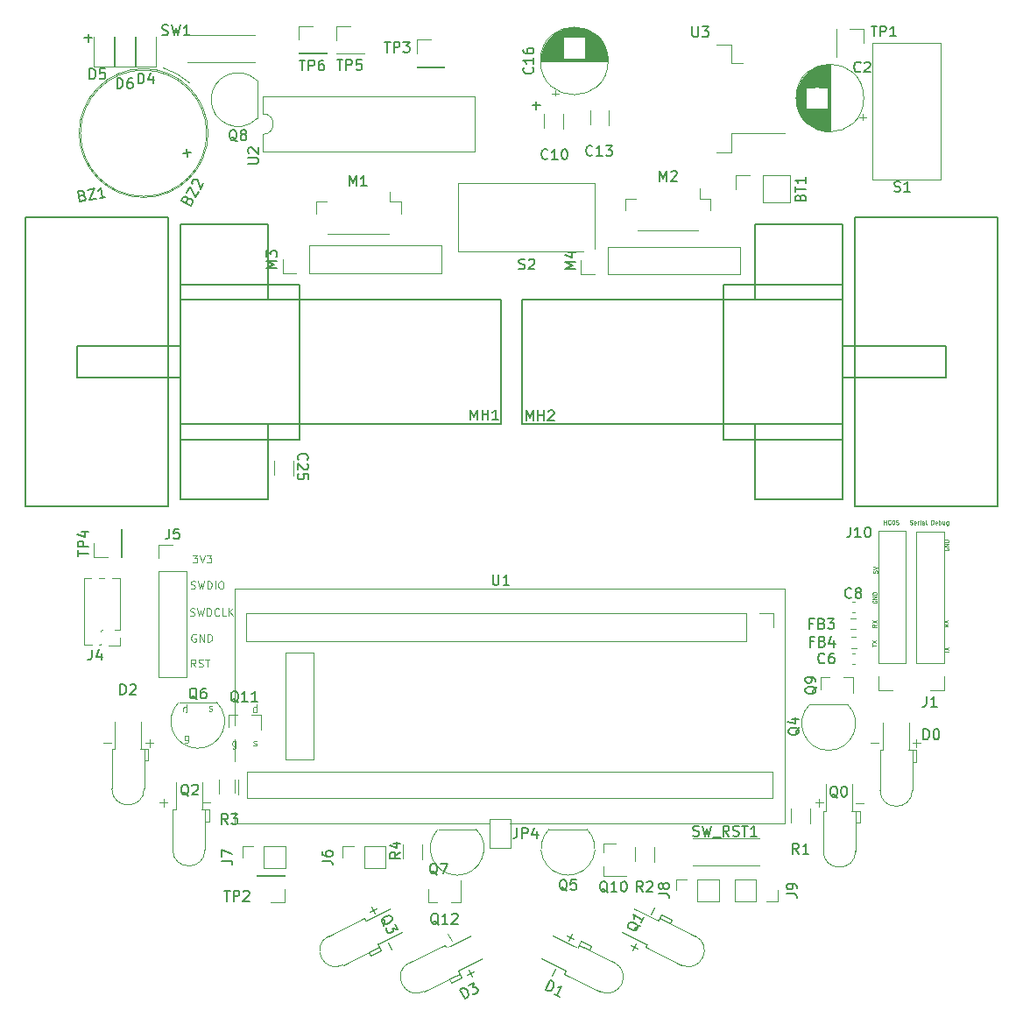
<source format=gto>
G04 #@! TF.GenerationSoftware,KiCad,Pcbnew,(5.1.12-1-10_14)*
G04 #@! TF.CreationDate,2023-02-02T16:13:30-08:00*
G04 #@! TF.ProjectId,mouse_v2_PAIN,6d6f7573-655f-4763-925f-5041494e2e6b,rev?*
G04 #@! TF.SameCoordinates,Original*
G04 #@! TF.FileFunction,Legend,Top*
G04 #@! TF.FilePolarity,Positive*
%FSLAX46Y46*%
G04 Gerber Fmt 4.6, Leading zero omitted, Abs format (unit mm)*
G04 Created by KiCad (PCBNEW (5.1.12-1-10_14)) date 2023-02-02 16:13:30*
%MOMM*%
%LPD*%
G01*
G04 APERTURE LIST*
%ADD10C,0.100000*%
%ADD11C,0.150000*%
%ADD12C,0.120000*%
%ADD13O,2.100000X2.100000*%
%ADD14C,2.600000*%
%ADD15C,2.400000*%
%ADD16C,2.000000*%
%ADD17O,1.400000X1.400000*%
%ADD18C,1.700000*%
%ADD19C,3.400000*%
%ADD20O,2.000000X2.000000*%
%ADD21C,2.584400*%
%ADD22C,2.200000*%
%ADD23O,1.750000X1.750000*%
%ADD24C,1.924000*%
%ADD25C,2.100000*%
G04 APERTURE END LIST*
D10*
X201882400Y-105384561D02*
X201863352Y-105422657D01*
X201863352Y-105479800D01*
X201882400Y-105536942D01*
X201920495Y-105575038D01*
X201958590Y-105594085D01*
X202034780Y-105613133D01*
X202091923Y-105613133D01*
X202168114Y-105594085D01*
X202206209Y-105575038D01*
X202244304Y-105536942D01*
X202263352Y-105479800D01*
X202263352Y-105441704D01*
X202244304Y-105384561D01*
X202225257Y-105365514D01*
X202091923Y-105365514D01*
X202091923Y-105441704D01*
X202263352Y-105194085D02*
X201863352Y-105194085D01*
X202263352Y-104965514D01*
X201863352Y-104965514D01*
X202263352Y-104775038D02*
X201863352Y-104775038D01*
X201863352Y-104679800D01*
X201882400Y-104622657D01*
X201920495Y-104584561D01*
X201958590Y-104565514D01*
X202034780Y-104546466D01*
X202091923Y-104546466D01*
X202168114Y-104565514D01*
X202206209Y-104584561D01*
X202244304Y-104622657D01*
X202263352Y-104679800D01*
X202263352Y-104775038D01*
X201863352Y-115544561D02*
X201863352Y-115315990D01*
X202263352Y-115430276D02*
X201863352Y-115430276D01*
X201863352Y-115220752D02*
X202263352Y-114954085D01*
X201863352Y-114954085D02*
X202263352Y-115220752D01*
X202212552Y-112741066D02*
X202022076Y-112874400D01*
X202212552Y-112969638D02*
X201812552Y-112969638D01*
X201812552Y-112817257D01*
X201831600Y-112779161D01*
X201850647Y-112760114D01*
X201888742Y-112741066D01*
X201945885Y-112741066D01*
X201983980Y-112760114D01*
X202003028Y-112779161D01*
X202022076Y-112817257D01*
X202022076Y-112969638D01*
X201812552Y-112607733D02*
X202212552Y-112341066D01*
X201812552Y-112341066D02*
X202212552Y-112607733D01*
X198548857Y-103057304D02*
X198606000Y-103076352D01*
X198701238Y-103076352D01*
X198739333Y-103057304D01*
X198758380Y-103038257D01*
X198777428Y-103000161D01*
X198777428Y-102962066D01*
X198758380Y-102923971D01*
X198739333Y-102904923D01*
X198701238Y-102885876D01*
X198625047Y-102866828D01*
X198586952Y-102847780D01*
X198567904Y-102828733D01*
X198548857Y-102790638D01*
X198548857Y-102752542D01*
X198567904Y-102714447D01*
X198586952Y-102695400D01*
X198625047Y-102676352D01*
X198720285Y-102676352D01*
X198777428Y-102695400D01*
X199101238Y-103057304D02*
X199063142Y-103076352D01*
X198986952Y-103076352D01*
X198948857Y-103057304D01*
X198929809Y-103019209D01*
X198929809Y-102866828D01*
X198948857Y-102828733D01*
X198986952Y-102809685D01*
X199063142Y-102809685D01*
X199101238Y-102828733D01*
X199120285Y-102866828D01*
X199120285Y-102904923D01*
X198929809Y-102943019D01*
X199291714Y-103076352D02*
X199291714Y-102809685D01*
X199291714Y-102885876D02*
X199310761Y-102847780D01*
X199329809Y-102828733D01*
X199367904Y-102809685D01*
X199406000Y-102809685D01*
X199539333Y-103076352D02*
X199539333Y-102809685D01*
X199539333Y-102676352D02*
X199520285Y-102695400D01*
X199539333Y-102714447D01*
X199558380Y-102695400D01*
X199539333Y-102676352D01*
X199539333Y-102714447D01*
X199901238Y-103076352D02*
X199901238Y-102866828D01*
X199882190Y-102828733D01*
X199844095Y-102809685D01*
X199767904Y-102809685D01*
X199729809Y-102828733D01*
X199901238Y-103057304D02*
X199863142Y-103076352D01*
X199767904Y-103076352D01*
X199729809Y-103057304D01*
X199710761Y-103019209D01*
X199710761Y-102981114D01*
X199729809Y-102943019D01*
X199767904Y-102923971D01*
X199863142Y-102923971D01*
X199901238Y-102904923D01*
X200148857Y-103076352D02*
X200110761Y-103057304D01*
X200091714Y-103019209D01*
X200091714Y-102676352D01*
X200606000Y-103076352D02*
X200606000Y-102676352D01*
X200701238Y-102676352D01*
X200758380Y-102695400D01*
X200796476Y-102733495D01*
X200815523Y-102771590D01*
X200834571Y-102847780D01*
X200834571Y-102904923D01*
X200815523Y-102981114D01*
X200796476Y-103019209D01*
X200758380Y-103057304D01*
X200701238Y-103076352D01*
X200606000Y-103076352D01*
X201158380Y-103057304D02*
X201120285Y-103076352D01*
X201044095Y-103076352D01*
X201006000Y-103057304D01*
X200986952Y-103019209D01*
X200986952Y-102866828D01*
X201006000Y-102828733D01*
X201044095Y-102809685D01*
X201120285Y-102809685D01*
X201158380Y-102828733D01*
X201177428Y-102866828D01*
X201177428Y-102904923D01*
X200986952Y-102943019D01*
X201348857Y-103076352D02*
X201348857Y-102676352D01*
X201348857Y-102828733D02*
X201386952Y-102809685D01*
X201463142Y-102809685D01*
X201501238Y-102828733D01*
X201520285Y-102847780D01*
X201539333Y-102885876D01*
X201539333Y-103000161D01*
X201520285Y-103038257D01*
X201501238Y-103057304D01*
X201463142Y-103076352D01*
X201386952Y-103076352D01*
X201348857Y-103057304D01*
X201882190Y-102809685D02*
X201882190Y-103076352D01*
X201710761Y-102809685D02*
X201710761Y-103019209D01*
X201729809Y-103057304D01*
X201767904Y-103076352D01*
X201825047Y-103076352D01*
X201863142Y-103057304D01*
X201882190Y-103038257D01*
X202244095Y-102809685D02*
X202244095Y-103133495D01*
X202225047Y-103171590D01*
X202206000Y-103190638D01*
X202167904Y-103209685D01*
X202110761Y-103209685D01*
X202072666Y-103190638D01*
X202244095Y-103057304D02*
X202206000Y-103076352D01*
X202129809Y-103076352D01*
X202091714Y-103057304D01*
X202072666Y-103038257D01*
X202053619Y-103000161D01*
X202053619Y-102885876D01*
X202072666Y-102847780D01*
X202091714Y-102828733D01*
X202129809Y-102809685D01*
X202206000Y-102809685D01*
X202244095Y-102828733D01*
X196002361Y-103076352D02*
X196002361Y-102676352D01*
X196002361Y-102866828D02*
X196230933Y-102866828D01*
X196230933Y-103076352D02*
X196230933Y-102676352D01*
X196649980Y-103038257D02*
X196630933Y-103057304D01*
X196573790Y-103076352D01*
X196535695Y-103076352D01*
X196478552Y-103057304D01*
X196440457Y-103019209D01*
X196421409Y-102981114D01*
X196402361Y-102904923D01*
X196402361Y-102847780D01*
X196421409Y-102771590D01*
X196440457Y-102733495D01*
X196478552Y-102695400D01*
X196535695Y-102676352D01*
X196573790Y-102676352D01*
X196630933Y-102695400D01*
X196649980Y-102714447D01*
X196897600Y-102676352D02*
X196935695Y-102676352D01*
X196973790Y-102695400D01*
X196992838Y-102714447D01*
X197011885Y-102752542D01*
X197030933Y-102828733D01*
X197030933Y-102923971D01*
X197011885Y-103000161D01*
X196992838Y-103038257D01*
X196973790Y-103057304D01*
X196935695Y-103076352D01*
X196897600Y-103076352D01*
X196859504Y-103057304D01*
X196840457Y-103038257D01*
X196821409Y-103000161D01*
X196802361Y-102923971D01*
X196802361Y-102828733D01*
X196821409Y-102752542D01*
X196840457Y-102714447D01*
X196859504Y-102695400D01*
X196897600Y-102676352D01*
X197392838Y-102676352D02*
X197202361Y-102676352D01*
X197183314Y-102866828D01*
X197202361Y-102847780D01*
X197240457Y-102828733D01*
X197335695Y-102828733D01*
X197373790Y-102847780D01*
X197392838Y-102866828D01*
X197411885Y-102904923D01*
X197411885Y-103000161D01*
X197392838Y-103038257D01*
X197373790Y-103057304D01*
X197335695Y-103076352D01*
X197240457Y-103076352D01*
X197202361Y-103057304D01*
X197183314Y-103038257D01*
X194878352Y-114884161D02*
X194878352Y-114655590D01*
X195278352Y-114769876D02*
X194878352Y-114769876D01*
X194878352Y-114560352D02*
X195278352Y-114293685D01*
X194878352Y-114293685D02*
X195278352Y-114560352D01*
X195303752Y-112766466D02*
X195113276Y-112899800D01*
X195303752Y-112995038D02*
X194903752Y-112995038D01*
X194903752Y-112842657D01*
X194922800Y-112804561D01*
X194941847Y-112785514D01*
X194979942Y-112766466D01*
X195037085Y-112766466D01*
X195075180Y-112785514D01*
X195094228Y-112804561D01*
X195113276Y-112842657D01*
X195113276Y-112995038D01*
X194903752Y-112633133D02*
X195303752Y-112366466D01*
X194903752Y-112366466D02*
X195303752Y-112633133D01*
X194948200Y-110464561D02*
X194929152Y-110502657D01*
X194929152Y-110559800D01*
X194948200Y-110616942D01*
X194986295Y-110655038D01*
X195024390Y-110674085D01*
X195100580Y-110693133D01*
X195157723Y-110693133D01*
X195233914Y-110674085D01*
X195272009Y-110655038D01*
X195310104Y-110616942D01*
X195329152Y-110559800D01*
X195329152Y-110521704D01*
X195310104Y-110464561D01*
X195291057Y-110445514D01*
X195157723Y-110445514D01*
X195157723Y-110521704D01*
X195329152Y-110274085D02*
X194929152Y-110274085D01*
X195329152Y-110045514D01*
X194929152Y-110045514D01*
X195329152Y-109855038D02*
X194929152Y-109855038D01*
X194929152Y-109759800D01*
X194948200Y-109702657D01*
X194986295Y-109664561D01*
X195024390Y-109645514D01*
X195100580Y-109626466D01*
X195157723Y-109626466D01*
X195233914Y-109645514D01*
X195272009Y-109664561D01*
X195310104Y-109702657D01*
X195329152Y-109759800D01*
X195329152Y-109855038D01*
X195005352Y-107568990D02*
X195005352Y-107759466D01*
X195195828Y-107778514D01*
X195176780Y-107759466D01*
X195157733Y-107721371D01*
X195157733Y-107626133D01*
X195176780Y-107588038D01*
X195195828Y-107568990D01*
X195233923Y-107549942D01*
X195329161Y-107549942D01*
X195367257Y-107568990D01*
X195386304Y-107588038D01*
X195405352Y-107626133D01*
X195405352Y-107721371D01*
X195386304Y-107759466D01*
X195367257Y-107778514D01*
X195005352Y-107435657D02*
X195405352Y-107302323D01*
X195005352Y-107168990D01*
D11*
X118719647Y-56078428D02*
X119481552Y-56078428D01*
X119100600Y-56459380D02*
X119100600Y-55697476D01*
X162026647Y-62580828D02*
X162788552Y-62580828D01*
X162407600Y-62961780D02*
X162407600Y-62199876D01*
D10*
X129484885Y-116874485D02*
X129234885Y-116517342D01*
X129056314Y-116874485D02*
X129056314Y-116124485D01*
X129342028Y-116124485D01*
X129413457Y-116160200D01*
X129449171Y-116195914D01*
X129484885Y-116267342D01*
X129484885Y-116374485D01*
X129449171Y-116445914D01*
X129413457Y-116481628D01*
X129342028Y-116517342D01*
X129056314Y-116517342D01*
X129770600Y-116838771D02*
X129877742Y-116874485D01*
X130056314Y-116874485D01*
X130127742Y-116838771D01*
X130163457Y-116803057D01*
X130199171Y-116731628D01*
X130199171Y-116660200D01*
X130163457Y-116588771D01*
X130127742Y-116553057D01*
X130056314Y-116517342D01*
X129913457Y-116481628D01*
X129842028Y-116445914D01*
X129806314Y-116410200D01*
X129770600Y-116338771D01*
X129770600Y-116267342D01*
X129806314Y-116195914D01*
X129842028Y-116160200D01*
X129913457Y-116124485D01*
X130092028Y-116124485D01*
X130199171Y-116160200D01*
X130413457Y-116124485D02*
X130842028Y-116124485D01*
X130627742Y-116874485D02*
X130627742Y-116124485D01*
X128967171Y-111885771D02*
X129074314Y-111921485D01*
X129252885Y-111921485D01*
X129324314Y-111885771D01*
X129360028Y-111850057D01*
X129395742Y-111778628D01*
X129395742Y-111707200D01*
X129360028Y-111635771D01*
X129324314Y-111600057D01*
X129252885Y-111564342D01*
X129110028Y-111528628D01*
X129038600Y-111492914D01*
X129002885Y-111457200D01*
X128967171Y-111385771D01*
X128967171Y-111314342D01*
X129002885Y-111242914D01*
X129038600Y-111207200D01*
X129110028Y-111171485D01*
X129288600Y-111171485D01*
X129395742Y-111207200D01*
X129645742Y-111171485D02*
X129824314Y-111921485D01*
X129967171Y-111385771D01*
X130110028Y-111921485D01*
X130288600Y-111171485D01*
X130574314Y-111921485D02*
X130574314Y-111171485D01*
X130752885Y-111171485D01*
X130860028Y-111207200D01*
X130931457Y-111278628D01*
X130967171Y-111350057D01*
X131002885Y-111492914D01*
X131002885Y-111600057D01*
X130967171Y-111742914D01*
X130931457Y-111814342D01*
X130860028Y-111885771D01*
X130752885Y-111921485D01*
X130574314Y-111921485D01*
X131752885Y-111850057D02*
X131717171Y-111885771D01*
X131610028Y-111921485D01*
X131538600Y-111921485D01*
X131431457Y-111885771D01*
X131360028Y-111814342D01*
X131324314Y-111742914D01*
X131288600Y-111600057D01*
X131288600Y-111492914D01*
X131324314Y-111350057D01*
X131360028Y-111278628D01*
X131431457Y-111207200D01*
X131538600Y-111171485D01*
X131610028Y-111171485D01*
X131717171Y-111207200D01*
X131752885Y-111242914D01*
X132431457Y-111921485D02*
X132074314Y-111921485D01*
X132074314Y-111171485D01*
X132681457Y-111921485D02*
X132681457Y-111171485D01*
X133110028Y-111921485D02*
X132788600Y-111492914D01*
X133110028Y-111171485D02*
X132681457Y-111600057D01*
X129501971Y-113721800D02*
X129430542Y-113686085D01*
X129323400Y-113686085D01*
X129216257Y-113721800D01*
X129144828Y-113793228D01*
X129109114Y-113864657D01*
X129073400Y-114007514D01*
X129073400Y-114114657D01*
X129109114Y-114257514D01*
X129144828Y-114328942D01*
X129216257Y-114400371D01*
X129323400Y-114436085D01*
X129394828Y-114436085D01*
X129501971Y-114400371D01*
X129537685Y-114364657D01*
X129537685Y-114114657D01*
X129394828Y-114114657D01*
X129859114Y-114436085D02*
X129859114Y-113686085D01*
X130287685Y-114436085D01*
X130287685Y-113686085D01*
X130644828Y-114436085D02*
X130644828Y-113686085D01*
X130823400Y-113686085D01*
X130930542Y-113721800D01*
X131001971Y-113793228D01*
X131037685Y-113864657D01*
X131073400Y-114007514D01*
X131073400Y-114114657D01*
X131037685Y-114257514D01*
X131001971Y-114328942D01*
X130930542Y-114400371D01*
X130823400Y-114436085D01*
X130644828Y-114436085D01*
X129017514Y-109269571D02*
X129124657Y-109305285D01*
X129303228Y-109305285D01*
X129374657Y-109269571D01*
X129410371Y-109233857D01*
X129446085Y-109162428D01*
X129446085Y-109091000D01*
X129410371Y-109019571D01*
X129374657Y-108983857D01*
X129303228Y-108948142D01*
X129160371Y-108912428D01*
X129088942Y-108876714D01*
X129053228Y-108841000D01*
X129017514Y-108769571D01*
X129017514Y-108698142D01*
X129053228Y-108626714D01*
X129088942Y-108591000D01*
X129160371Y-108555285D01*
X129338942Y-108555285D01*
X129446085Y-108591000D01*
X129696085Y-108555285D02*
X129874657Y-109305285D01*
X130017514Y-108769571D01*
X130160371Y-109305285D01*
X130338942Y-108555285D01*
X130624657Y-109305285D02*
X130624657Y-108555285D01*
X130803228Y-108555285D01*
X130910371Y-108591000D01*
X130981800Y-108662428D01*
X131017514Y-108733857D01*
X131053228Y-108876714D01*
X131053228Y-108983857D01*
X131017514Y-109126714D01*
X130981800Y-109198142D01*
X130910371Y-109269571D01*
X130803228Y-109305285D01*
X130624657Y-109305285D01*
X131374657Y-109305285D02*
X131374657Y-108555285D01*
X131874657Y-108555285D02*
X132017514Y-108555285D01*
X132088942Y-108591000D01*
X132160371Y-108662428D01*
X132196085Y-108805285D01*
X132196085Y-109055285D01*
X132160371Y-109198142D01*
X132088942Y-109269571D01*
X132017514Y-109305285D01*
X131874657Y-109305285D01*
X131803228Y-109269571D01*
X131731800Y-109198142D01*
X131696085Y-109055285D01*
X131696085Y-108805285D01*
X131731800Y-108662428D01*
X131803228Y-108591000D01*
X131874657Y-108555285D01*
X129195628Y-106040685D02*
X129659914Y-106040685D01*
X129409914Y-106326400D01*
X129517057Y-106326400D01*
X129588485Y-106362114D01*
X129624200Y-106397828D01*
X129659914Y-106469257D01*
X129659914Y-106647828D01*
X129624200Y-106719257D01*
X129588485Y-106754971D01*
X129517057Y-106790685D01*
X129302771Y-106790685D01*
X129231342Y-106754971D01*
X129195628Y-106719257D01*
X129874200Y-106040685D02*
X130124200Y-106790685D01*
X130374200Y-106040685D01*
X130552771Y-106040685D02*
X131017057Y-106040685D01*
X130767057Y-106326400D01*
X130874200Y-106326400D01*
X130945628Y-106362114D01*
X130981342Y-106397828D01*
X131017057Y-106469257D01*
X131017057Y-106647828D01*
X130981342Y-106719257D01*
X130945628Y-106754971D01*
X130874200Y-106790685D01*
X130659914Y-106790685D01*
X130588485Y-106754971D01*
X130552771Y-106719257D01*
X135364914Y-121243285D02*
X135364914Y-120493285D01*
X135364914Y-121207571D02*
X135293485Y-121243285D01*
X135150628Y-121243285D01*
X135079200Y-121207571D01*
X135043485Y-121171857D01*
X135007771Y-121100428D01*
X135007771Y-120886142D01*
X135043485Y-120814714D01*
X135079200Y-120779000D01*
X135150628Y-120743285D01*
X135293485Y-120743285D01*
X135364914Y-120779000D01*
X133383714Y-124019885D02*
X133383714Y-124627028D01*
X133348000Y-124698457D01*
X133312285Y-124734171D01*
X133240857Y-124769885D01*
X133133714Y-124769885D01*
X133062285Y-124734171D01*
X133383714Y-124484171D02*
X133312285Y-124519885D01*
X133169428Y-124519885D01*
X133098000Y-124484171D01*
X133062285Y-124448457D01*
X133026571Y-124377028D01*
X133026571Y-124162742D01*
X133062285Y-124091314D01*
X133098000Y-124055600D01*
X133169428Y-124019885D01*
X133312285Y-124019885D01*
X133383714Y-124055600D01*
X135068885Y-124458771D02*
X135140314Y-124494485D01*
X135283171Y-124494485D01*
X135354600Y-124458771D01*
X135390314Y-124387342D01*
X135390314Y-124351628D01*
X135354600Y-124280200D01*
X135283171Y-124244485D01*
X135176028Y-124244485D01*
X135104600Y-124208771D01*
X135068885Y-124137342D01*
X135068885Y-124101628D01*
X135104600Y-124030200D01*
X135176028Y-123994485D01*
X135283171Y-123994485D01*
X135354600Y-124030200D01*
X128608514Y-121243285D02*
X128608514Y-120493285D01*
X128608514Y-121207571D02*
X128537085Y-121243285D01*
X128394228Y-121243285D01*
X128322800Y-121207571D01*
X128287085Y-121171857D01*
X128251371Y-121100428D01*
X128251371Y-120886142D01*
X128287085Y-120814714D01*
X128322800Y-120779000D01*
X128394228Y-120743285D01*
X128537085Y-120743285D01*
X128608514Y-120779000D01*
X130776285Y-121080571D02*
X130847714Y-121116285D01*
X130990571Y-121116285D01*
X131062000Y-121080571D01*
X131097714Y-121009142D01*
X131097714Y-120973428D01*
X131062000Y-120902000D01*
X130990571Y-120866285D01*
X130883428Y-120866285D01*
X130812000Y-120830571D01*
X130776285Y-120759142D01*
X130776285Y-120723428D01*
X130812000Y-120652000D01*
X130883428Y-120616285D01*
X130990571Y-120616285D01*
X131062000Y-120652000D01*
X128760914Y-123486485D02*
X128760914Y-124093628D01*
X128725200Y-124165057D01*
X128689485Y-124200771D01*
X128618057Y-124236485D01*
X128510914Y-124236485D01*
X128439485Y-124200771D01*
X128760914Y-123950771D02*
X128689485Y-123986485D01*
X128546628Y-123986485D01*
X128475200Y-123950771D01*
X128439485Y-123915057D01*
X128403771Y-123843628D01*
X128403771Y-123629342D01*
X128439485Y-123557914D01*
X128475200Y-123522200D01*
X128546628Y-123486485D01*
X128689485Y-123486485D01*
X128760914Y-123522200D01*
X193294047Y-130055928D02*
X194055952Y-130055928D01*
X125984047Y-129992428D02*
X126745952Y-129992428D01*
X126365000Y-130373380D02*
X126365000Y-129611476D01*
X130111547Y-129992428D02*
X130873452Y-129992428D01*
X189357047Y-129992428D02*
X190118952Y-129992428D01*
X189738000Y-130373380D02*
X189738000Y-129611476D01*
X194754547Y-124213928D02*
X195516452Y-124213928D01*
X198755047Y-124213928D02*
X199516952Y-124213928D01*
X199136000Y-124594880D02*
X199136000Y-123832976D01*
X155849095Y-146121943D02*
X156189056Y-146803798D01*
X155678148Y-146632851D02*
X156360003Y-146292891D01*
X153880595Y-142692943D02*
X154220556Y-143374798D01*
X171724943Y-144263798D02*
X172064904Y-143581943D01*
X172235851Y-144092851D02*
X171553996Y-143752891D01*
X163914443Y-146740298D02*
X164254404Y-146058443D01*
X173439443Y-140771298D02*
X173779404Y-140089443D01*
X165501943Y-143311298D02*
X165841904Y-142629443D01*
X166012851Y-143140351D02*
X165330996Y-142800391D01*
X148102095Y-143518443D02*
X148442056Y-144200298D01*
X146451095Y-140025943D02*
X146791056Y-140707798D01*
X146280148Y-140536851D02*
X146962003Y-140196891D01*
X120586547Y-124213928D02*
X121348452Y-124213928D01*
X124650547Y-124213928D02*
X125412452Y-124213928D01*
X125031500Y-124594880D02*
X125031500Y-123832976D01*
D12*
X184302400Y-71992800D02*
X184302400Y-69332800D01*
X184302400Y-71992800D02*
X186902400Y-71992800D01*
X186902400Y-71992800D02*
X186902400Y-69332800D01*
X184302400Y-69332800D02*
X186902400Y-69332800D01*
X181702400Y-69332800D02*
X183032400Y-69332800D01*
X181702400Y-70662800D02*
X181702400Y-69332800D01*
X201812200Y-119135200D02*
X200482200Y-119135200D01*
X201812200Y-117805200D02*
X201812200Y-119135200D01*
X201812200Y-116535200D02*
X199152200Y-116535200D01*
X199152200Y-116535200D02*
X199152200Y-103775200D01*
X201812200Y-116535200D02*
X201812200Y-103775200D01*
X201812200Y-103775200D02*
X199152200Y-103775200D01*
X130551532Y-65277463D02*
G75*
G03*
X130551532Y-65277463I-6100001J0D01*
G01*
X130684600Y-65258664D02*
G75*
G03*
X130684600Y-65258664I-6230000J0D01*
G01*
X126355562Y-58966101D02*
G75*
G02*
X128953638Y-60466101I-1900962J-6292563D01*
G01*
X193984641Y-64028400D02*
X193984641Y-63398400D01*
X194299641Y-63713400D02*
X193669641Y-63713400D01*
X187558400Y-62276400D02*
X187558400Y-61472400D01*
X187598400Y-62507400D02*
X187598400Y-61241400D01*
X187638400Y-62676400D02*
X187638400Y-61072400D01*
X187678400Y-62814400D02*
X187678400Y-60934400D01*
X187718400Y-62933400D02*
X187718400Y-60815400D01*
X187758400Y-63039400D02*
X187758400Y-60709400D01*
X187798400Y-63136400D02*
X187798400Y-60612400D01*
X187838400Y-63224400D02*
X187838400Y-60524400D01*
X187878400Y-63306400D02*
X187878400Y-60442400D01*
X187918400Y-63383400D02*
X187918400Y-60365400D01*
X187958400Y-63455400D02*
X187958400Y-60293400D01*
X187998400Y-63524400D02*
X187998400Y-60224400D01*
X188038400Y-63588400D02*
X188038400Y-60160400D01*
X188078400Y-63650400D02*
X188078400Y-60098400D01*
X188118400Y-63708400D02*
X188118400Y-60040400D01*
X188158400Y-63764400D02*
X188158400Y-59984400D01*
X188198400Y-63818400D02*
X188198400Y-59930400D01*
X188238400Y-63869400D02*
X188238400Y-59879400D01*
X188278400Y-63918400D02*
X188278400Y-59830400D01*
X188318400Y-63966400D02*
X188318400Y-59782400D01*
X188358400Y-64011400D02*
X188358400Y-59737400D01*
X188398400Y-64056400D02*
X188398400Y-59692400D01*
X188438400Y-64098400D02*
X188438400Y-59650400D01*
X188478400Y-64139400D02*
X188478400Y-59609400D01*
X188518400Y-60834400D02*
X188518400Y-59569400D01*
X188518400Y-64179400D02*
X188518400Y-62914400D01*
X188558400Y-60834400D02*
X188558400Y-59531400D01*
X188558400Y-64217400D02*
X188558400Y-62914400D01*
X188598400Y-60834400D02*
X188598400Y-59494400D01*
X188598400Y-64254400D02*
X188598400Y-62914400D01*
X188638400Y-60834400D02*
X188638400Y-59458400D01*
X188638400Y-64290400D02*
X188638400Y-62914400D01*
X188678400Y-60834400D02*
X188678400Y-59424400D01*
X188678400Y-64324400D02*
X188678400Y-62914400D01*
X188718400Y-60834400D02*
X188718400Y-59390400D01*
X188718400Y-64358400D02*
X188718400Y-62914400D01*
X188758400Y-60834400D02*
X188758400Y-59358400D01*
X188758400Y-64390400D02*
X188758400Y-62914400D01*
X188798400Y-60834400D02*
X188798400Y-59326400D01*
X188798400Y-64422400D02*
X188798400Y-62914400D01*
X188838400Y-60834400D02*
X188838400Y-59296400D01*
X188838400Y-64452400D02*
X188838400Y-62914400D01*
X188878400Y-60834400D02*
X188878400Y-59267400D01*
X188878400Y-64481400D02*
X188878400Y-62914400D01*
X188918400Y-60834400D02*
X188918400Y-59238400D01*
X188918400Y-64510400D02*
X188918400Y-62914400D01*
X188958400Y-60834400D02*
X188958400Y-59210400D01*
X188958400Y-64538400D02*
X188958400Y-62914400D01*
X188998400Y-60834400D02*
X188998400Y-59184400D01*
X188998400Y-64564400D02*
X188998400Y-62914400D01*
X189038400Y-60834400D02*
X189038400Y-59158400D01*
X189038400Y-64590400D02*
X189038400Y-62914400D01*
X189078400Y-60834400D02*
X189078400Y-59132400D01*
X189078400Y-64616400D02*
X189078400Y-62914400D01*
X189118400Y-60834400D02*
X189118400Y-59108400D01*
X189118400Y-64640400D02*
X189118400Y-62914400D01*
X189158400Y-60834400D02*
X189158400Y-59084400D01*
X189158400Y-64664400D02*
X189158400Y-62914400D01*
X189198400Y-60834400D02*
X189198400Y-59062400D01*
X189198400Y-64686400D02*
X189198400Y-62914400D01*
X189238400Y-60834400D02*
X189238400Y-59040400D01*
X189238400Y-64708400D02*
X189238400Y-62914400D01*
X189278400Y-60834400D02*
X189278400Y-59018400D01*
X189278400Y-64730400D02*
X189278400Y-62914400D01*
X189318400Y-60834400D02*
X189318400Y-58998400D01*
X189318400Y-64750400D02*
X189318400Y-62914400D01*
X189358400Y-60834400D02*
X189358400Y-58978400D01*
X189358400Y-64770400D02*
X189358400Y-62914400D01*
X189398400Y-60834400D02*
X189398400Y-58958400D01*
X189398400Y-64790400D02*
X189398400Y-62914400D01*
X189438400Y-60834400D02*
X189438400Y-58940400D01*
X189438400Y-64808400D02*
X189438400Y-62914400D01*
X189478400Y-60834400D02*
X189478400Y-58922400D01*
X189478400Y-64826400D02*
X189478400Y-62914400D01*
X189518400Y-60834400D02*
X189518400Y-58904400D01*
X189518400Y-64844400D02*
X189518400Y-62914400D01*
X189558400Y-60834400D02*
X189558400Y-58888400D01*
X189558400Y-64860400D02*
X189558400Y-62914400D01*
X189598400Y-60834400D02*
X189598400Y-58872400D01*
X189598400Y-64876400D02*
X189598400Y-62914400D01*
X189638400Y-60834400D02*
X189638400Y-58856400D01*
X189638400Y-64892400D02*
X189638400Y-62914400D01*
X189678400Y-60834400D02*
X189678400Y-58841400D01*
X189678400Y-64907400D02*
X189678400Y-62914400D01*
X189718400Y-60834400D02*
X189718400Y-58827400D01*
X189718400Y-64921400D02*
X189718400Y-62914400D01*
X189758400Y-60834400D02*
X189758400Y-58813400D01*
X189758400Y-64935400D02*
X189758400Y-62914400D01*
X189798400Y-60834400D02*
X189798400Y-58800400D01*
X189798400Y-64948400D02*
X189798400Y-62914400D01*
X189838400Y-60834400D02*
X189838400Y-58788400D01*
X189838400Y-64960400D02*
X189838400Y-62914400D01*
X189878400Y-60834400D02*
X189878400Y-58776400D01*
X189878400Y-64972400D02*
X189878400Y-62914400D01*
X189918400Y-60834400D02*
X189918400Y-58764400D01*
X189918400Y-64984400D02*
X189918400Y-62914400D01*
X189958400Y-60834400D02*
X189958400Y-58753400D01*
X189958400Y-64995400D02*
X189958400Y-62914400D01*
X189998400Y-60834400D02*
X189998400Y-58743400D01*
X189998400Y-65005400D02*
X189998400Y-62914400D01*
X190038400Y-60834400D02*
X190038400Y-58733400D01*
X190038400Y-65015400D02*
X190038400Y-62914400D01*
X190078400Y-60834400D02*
X190078400Y-58724400D01*
X190078400Y-65024400D02*
X190078400Y-62914400D01*
X190119400Y-60834400D02*
X190119400Y-58715400D01*
X190119400Y-65033400D02*
X190119400Y-62914400D01*
X190159400Y-60834400D02*
X190159400Y-58707400D01*
X190159400Y-65041400D02*
X190159400Y-62914400D01*
X190199400Y-60834400D02*
X190199400Y-58699400D01*
X190199400Y-65049400D02*
X190199400Y-62914400D01*
X190239400Y-60834400D02*
X190239400Y-58692400D01*
X190239400Y-65056400D02*
X190239400Y-62914400D01*
X190279400Y-60834400D02*
X190279400Y-58685400D01*
X190279400Y-65063400D02*
X190279400Y-62914400D01*
X190319400Y-60834400D02*
X190319400Y-58679400D01*
X190319400Y-65069400D02*
X190319400Y-62914400D01*
X190359400Y-60834400D02*
X190359400Y-58673400D01*
X190359400Y-65075400D02*
X190359400Y-62914400D01*
X190399400Y-60834400D02*
X190399400Y-58668400D01*
X190399400Y-65080400D02*
X190399400Y-62914400D01*
X190439400Y-60834400D02*
X190439400Y-58663400D01*
X190439400Y-65085400D02*
X190439400Y-62914400D01*
X190479400Y-60834400D02*
X190479400Y-58659400D01*
X190479400Y-65089400D02*
X190479400Y-62914400D01*
X190519400Y-60834400D02*
X190519400Y-58656400D01*
X190519400Y-65092400D02*
X190519400Y-62914400D01*
X190559400Y-60834400D02*
X190559400Y-58652400D01*
X190559400Y-65096400D02*
X190559400Y-62914400D01*
X190599400Y-65098400D02*
X190599400Y-58650400D01*
X190639400Y-65101400D02*
X190639400Y-58647400D01*
X190679400Y-65102400D02*
X190679400Y-58646400D01*
X190719400Y-65104400D02*
X190719400Y-58644400D01*
X190759400Y-65104400D02*
X190759400Y-58644400D01*
X190799400Y-65104400D02*
X190799400Y-58644400D01*
X194069400Y-61874400D02*
G75*
G03*
X194069400Y-61874400I-3270000J0D01*
G01*
X193237067Y-115568000D02*
X192944533Y-115568000D01*
X193237067Y-116588000D02*
X192944533Y-116588000D01*
X193211667Y-111609600D02*
X192919133Y-111609600D01*
X193211667Y-110589600D02*
X192919133Y-110589600D01*
X125623200Y-58857600D02*
X125623200Y-55997600D01*
X123703200Y-58857600D02*
X125623200Y-58857600D01*
X123703200Y-55997600D02*
X123703200Y-58857600D01*
X121559200Y-58857600D02*
X121559200Y-55997600D01*
X119639200Y-58857600D02*
X121559200Y-58857600D01*
X119639200Y-55997600D02*
X119639200Y-58857600D01*
X121671200Y-55997600D02*
X121671200Y-58857600D01*
X121671200Y-58857600D02*
X123591200Y-58857600D01*
X123591200Y-58857600D02*
X123591200Y-55997600D01*
X192810676Y-112177300D02*
X193320124Y-112177300D01*
X192810676Y-113222300D02*
X193320124Y-113222300D01*
X193345524Y-113980700D02*
X192836076Y-113980700D01*
X193345524Y-115025700D02*
X192836076Y-115025700D01*
X122211800Y-114806000D02*
X121081800Y-114806000D01*
X122211800Y-114046000D02*
X122211800Y-114806000D01*
X119504270Y-114741000D02*
X118681800Y-114741000D01*
X120321800Y-114741000D02*
X120119330Y-114741000D01*
X120321800Y-114609471D02*
X120321800Y-114741000D01*
X120321800Y-113339471D02*
X120321800Y-113482529D01*
X120518329Y-113286000D02*
X120375271Y-113286000D01*
X122211800Y-113286000D02*
X121645271Y-113286000D01*
X118681800Y-114741000D02*
X118681800Y-108271000D01*
X122211800Y-113286000D02*
X122211800Y-108271000D01*
X120774270Y-108271000D02*
X120119330Y-108271000D01*
X119504270Y-108271000D02*
X118681800Y-108271000D01*
X122211800Y-108271000D02*
X121389330Y-108271000D01*
X125924000Y-105045200D02*
X127254000Y-105045200D01*
X125924000Y-106375200D02*
X125924000Y-105045200D01*
X125924000Y-107645200D02*
X128584000Y-107645200D01*
X128584000Y-107645200D02*
X128584000Y-117865200D01*
X125924000Y-107645200D02*
X125924000Y-117865200D01*
X125924000Y-117865200D02*
X128584000Y-117865200D01*
X192477800Y-120476400D02*
X188877800Y-120476400D01*
X192516278Y-120487922D02*
G75*
G02*
X190677800Y-124926400I-1838478J-1838478D01*
G01*
X188839322Y-120487922D02*
G75*
G03*
X190677800Y-124926400I1838478J-1838478D01*
G01*
X167281000Y-132541400D02*
X163681000Y-132541400D01*
X163642522Y-132552922D02*
G75*
G03*
X165481000Y-136991400I1838478J-1838478D01*
G01*
X167319478Y-132552922D02*
G75*
G02*
X165481000Y-136991400I-1838478J-1838478D01*
G01*
X131492400Y-120273200D02*
X127892400Y-120273200D01*
X131530878Y-120284722D02*
G75*
G02*
X129692400Y-124723200I-1838478J-1838478D01*
G01*
X127853922Y-120284722D02*
G75*
G03*
X129692400Y-124723200I1838478J-1838478D01*
G01*
X156562200Y-132541400D02*
X152962200Y-132541400D01*
X152923722Y-132552922D02*
G75*
G03*
X154762200Y-136991400I1838478J-1838478D01*
G01*
X156600678Y-132552922D02*
G75*
G02*
X154762200Y-136991400I-1838478J-1838478D01*
G01*
X135428600Y-63826800D02*
X135428600Y-60226800D01*
X135417078Y-63865278D02*
G75*
G02*
X130978600Y-62026800I-1838478J1838478D01*
G01*
X135417078Y-60188322D02*
G75*
G03*
X130978600Y-62026800I-1838478J-1838478D01*
G01*
X188870000Y-131994264D02*
X188870000Y-130540136D01*
X187050000Y-131994264D02*
X187050000Y-130540136D01*
X173782400Y-134248536D02*
X173782400Y-135702664D01*
X171962400Y-134248536D02*
X171962400Y-135702664D01*
X133574200Y-129174864D02*
X133574200Y-127720736D01*
X131754200Y-129174864D02*
X131754200Y-127720736D01*
X151354200Y-133994536D02*
X151354200Y-135448664D01*
X149534200Y-133994536D02*
X149534200Y-135448664D01*
X201498200Y-69723000D02*
X201498200Y-63119000D01*
X198196200Y-69723000D02*
X201498200Y-69723000D01*
X194894200Y-69723000D02*
X198196200Y-69723000D01*
X194894200Y-56515000D02*
X194894200Y-69723000D01*
X201498200Y-56515000D02*
X194894200Y-56515000D01*
X201498200Y-63119000D02*
X201498200Y-56515000D01*
X191405200Y-55235800D02*
X191405200Y-57895800D01*
X191465200Y-55235800D02*
X191405200Y-55235800D01*
X191465200Y-57895800D02*
X191405200Y-57895800D01*
X191465200Y-55235800D02*
X191465200Y-57895800D01*
X192735200Y-55235800D02*
X194065200Y-55235800D01*
X194065200Y-55235800D02*
X194065200Y-56565800D01*
X138058200Y-139633000D02*
X136728200Y-139633000D01*
X138058200Y-138303000D02*
X138058200Y-139633000D01*
X138058200Y-137033000D02*
X135398200Y-137033000D01*
X135398200Y-137033000D02*
X135398200Y-136973000D01*
X138058200Y-137033000D02*
X138058200Y-136973000D01*
X138058200Y-136973000D02*
X135398200Y-136973000D01*
X135982400Y-61739000D02*
X135982400Y-63389000D01*
X156422400Y-61739000D02*
X135982400Y-61739000D01*
X156422400Y-67039000D02*
X156422400Y-61739000D01*
X135982400Y-67039000D02*
X156422400Y-67039000D01*
X135982400Y-65389000D02*
X135982400Y-67039000D01*
X135982400Y-63389000D02*
G75*
G02*
X135982400Y-65389000I0J-1000000D01*
G01*
D11*
X128004000Y-94876000D02*
X139504000Y-94876000D01*
X128004000Y-79876000D02*
X139504000Y-79876000D01*
X139504000Y-87376000D02*
X139504000Y-79876000D01*
X139504000Y-87376000D02*
X139504000Y-94876000D01*
X128004000Y-100676000D02*
X136504000Y-100676000D01*
X128004000Y-74076000D02*
X136504000Y-74076000D01*
X128004000Y-87376000D02*
X128004000Y-74076000D01*
X128004000Y-87376000D02*
X128004000Y-100676000D01*
X136504000Y-81376000D02*
X136504000Y-74076000D01*
X136504000Y-93376000D02*
X136504000Y-100676000D01*
X113004000Y-73376000D02*
X113004000Y-101376000D01*
X126804000Y-101376000D02*
X113004000Y-101376000D01*
X126804000Y-73376000D02*
X113004000Y-73376000D01*
X126804000Y-87376000D02*
X126804000Y-101376000D01*
X126804000Y-87376000D02*
X126804000Y-73376000D01*
X118004000Y-85876000D02*
X118004000Y-88876000D01*
X128004000Y-88876000D02*
X118004000Y-88876000D01*
X128004000Y-85876000D02*
X118004000Y-85876000D01*
X128004000Y-93376000D02*
X128004000Y-88876000D01*
X128004000Y-81376000D02*
X128004000Y-85876000D01*
X159004000Y-93376000D02*
X128004000Y-93376000D01*
X159004000Y-81376000D02*
X128004000Y-81376000D01*
X159004000Y-87376000D02*
X159004000Y-81376000D01*
X159004000Y-87376000D02*
X159004000Y-93376000D01*
X161036000Y-87376000D02*
X161036000Y-81376000D01*
X161036000Y-87376000D02*
X161036000Y-93376000D01*
X161036000Y-93376000D02*
X192036000Y-93376000D01*
X161036000Y-81376000D02*
X192036000Y-81376000D01*
X192036000Y-93376000D02*
X192036000Y-88876000D01*
X192036000Y-81376000D02*
X192036000Y-85876000D01*
X192036000Y-88876000D02*
X202036000Y-88876000D01*
X192036000Y-85876000D02*
X202036000Y-85876000D01*
X202036000Y-88876000D02*
X202036000Y-85876000D01*
X193236000Y-87376000D02*
X193236000Y-101376000D01*
X193236000Y-87376000D02*
X193236000Y-73376000D01*
X193236000Y-101376000D02*
X207036000Y-101376000D01*
X193236000Y-73376000D02*
X207036000Y-73376000D01*
X207036000Y-101376000D02*
X207036000Y-73376000D01*
X183536000Y-81376000D02*
X183536000Y-74076000D01*
X183536000Y-93376000D02*
X183536000Y-100676000D01*
X192036000Y-87376000D02*
X192036000Y-74076000D01*
X192036000Y-87376000D02*
X192036000Y-100676000D01*
X192036000Y-100676000D02*
X183536000Y-100676000D01*
X192036000Y-74076000D02*
X183536000Y-74076000D01*
X180536000Y-87376000D02*
X180536000Y-79876000D01*
X180536000Y-87376000D02*
X180536000Y-94876000D01*
X192036000Y-94876000D02*
X180536000Y-94876000D01*
X192036000Y-79876000D02*
X180536000Y-79876000D01*
D12*
X168097200Y-70104000D02*
X161493200Y-70104000D01*
X168097200Y-73406000D02*
X168097200Y-70104000D01*
X168097200Y-76708000D02*
X168097200Y-73406000D01*
X154889200Y-76708000D02*
X168097200Y-76708000D01*
X154889200Y-70104000D02*
X154889200Y-76708000D01*
X161493200Y-70104000D02*
X154889200Y-70104000D01*
X198475600Y-122238000D02*
X198475600Y-122238000D01*
X198475600Y-124908000D02*
X198475600Y-122238000D01*
X198475600Y-124908000D02*
X198475600Y-124908000D01*
X198475600Y-122238000D02*
X198475600Y-124908000D01*
X195935600Y-122238000D02*
X195935600Y-122238000D01*
X195935600Y-124908000D02*
X195935600Y-122238000D01*
X195935600Y-124908000D02*
X195935600Y-124908000D01*
X195935600Y-122238000D02*
X195935600Y-124908000D01*
X198765600Y-124908000D02*
X199165600Y-124908000D01*
X198765600Y-126028000D02*
X198765600Y-124908000D01*
X199165600Y-126028000D02*
X198765600Y-126028000D01*
X199165600Y-124908000D02*
X199165600Y-126028000D01*
X195645600Y-124908000D02*
X198765600Y-124908000D01*
X198765600Y-124908000D02*
X198765600Y-128768000D01*
X195645600Y-124908000D02*
X195645600Y-128768000D01*
X198765600Y-128768000D02*
G75*
G02*
X195645600Y-128768000I-1560000J0D01*
G01*
X165126206Y-146509573D02*
X168580653Y-148231896D01*
X166518344Y-143717378D02*
X169972790Y-145439701D01*
X165126206Y-146509573D02*
X166518344Y-143717378D01*
X166696823Y-143359404D02*
X167699149Y-143859145D01*
X167699149Y-143859145D02*
X167520670Y-144217119D01*
X167520670Y-144217119D02*
X166518344Y-143717378D01*
X166518344Y-143717378D02*
X166696823Y-143359404D01*
X162866129Y-145058694D02*
X165255604Y-146250042D01*
X165255604Y-146250042D02*
X165255604Y-146250042D01*
X165255604Y-146250042D02*
X162866129Y-145058694D01*
X162866129Y-145058694D02*
X162866129Y-145058694D01*
X163999472Y-142785560D02*
X166388946Y-143976909D01*
X166388946Y-143976909D02*
X166388946Y-143976909D01*
X166388946Y-143976909D02*
X163999472Y-142785560D01*
X163999472Y-142785560D02*
X163999472Y-142785560D01*
X169972791Y-145439702D02*
G75*
G02*
X168580653Y-148231896I-696069J-1396097D01*
G01*
X121388700Y-124781000D02*
X121388700Y-128641000D01*
X124508700Y-124781000D02*
X124508700Y-128641000D01*
X121388700Y-124781000D02*
X124508700Y-124781000D01*
X124908700Y-124781000D02*
X124908700Y-125901000D01*
X124908700Y-125901000D02*
X124508700Y-125901000D01*
X124508700Y-125901000D02*
X124508700Y-124781000D01*
X124508700Y-124781000D02*
X124908700Y-124781000D01*
X121678700Y-122111000D02*
X121678700Y-124781000D01*
X121678700Y-124781000D02*
X121678700Y-124781000D01*
X121678700Y-124781000D02*
X121678700Y-122111000D01*
X121678700Y-122111000D02*
X121678700Y-122111000D01*
X124218700Y-122111000D02*
X124218700Y-124781000D01*
X124218700Y-124781000D02*
X124218700Y-124781000D01*
X124218700Y-124781000D02*
X124218700Y-122111000D01*
X124218700Y-122111000D02*
X124218700Y-122111000D01*
X124508700Y-128641000D02*
G75*
G02*
X121388700Y-128641000I-1560000J0D01*
G01*
X157250071Y-145058694D02*
X157250071Y-145058694D01*
X154860597Y-146250042D02*
X157250071Y-145058694D01*
X154860597Y-146250042D02*
X154860597Y-146250042D01*
X157250071Y-145058694D02*
X154860597Y-146250042D01*
X156116729Y-142785561D02*
X156116729Y-142785561D01*
X153727254Y-143976909D02*
X156116729Y-142785561D01*
X153727254Y-143976909D02*
X153727254Y-143976909D01*
X156116729Y-142785561D02*
X153727254Y-143976909D01*
X154989994Y-146509573D02*
X155168473Y-146867547D01*
X153987667Y-147009315D02*
X154989994Y-146509573D01*
X154166147Y-147367288D02*
X153987667Y-147009315D01*
X155168473Y-146867547D02*
X154166147Y-147367288D01*
X153597857Y-143717378D02*
X154989994Y-146509573D01*
X154989994Y-146509573D02*
X151535547Y-148231897D01*
X153597857Y-143717378D02*
X150143410Y-145439701D01*
X151535548Y-148231897D02*
G75*
G02*
X150143410Y-145439701I-696069J1396098D01*
G01*
X192989200Y-128130800D02*
X192989200Y-128130800D01*
X192989200Y-130800800D02*
X192989200Y-128130800D01*
X192989200Y-130800800D02*
X192989200Y-130800800D01*
X192989200Y-128130800D02*
X192989200Y-130800800D01*
X190449200Y-128130800D02*
X190449200Y-128130800D01*
X190449200Y-130800800D02*
X190449200Y-128130800D01*
X190449200Y-130800800D02*
X190449200Y-130800800D01*
X190449200Y-128130800D02*
X190449200Y-130800800D01*
X193279200Y-130800800D02*
X193679200Y-130800800D01*
X193279200Y-131920800D02*
X193279200Y-130800800D01*
X193679200Y-131920800D02*
X193279200Y-131920800D01*
X193679200Y-130800800D02*
X193679200Y-131920800D01*
X190159200Y-130800800D02*
X193279200Y-130800800D01*
X193279200Y-130800800D02*
X193279200Y-134660800D01*
X190159200Y-130800800D02*
X190159200Y-134660800D01*
X193279200Y-134660800D02*
G75*
G02*
X190159200Y-134660800I-1560000J0D01*
G01*
X172949406Y-143944173D02*
X176403853Y-145666496D01*
X174341544Y-141151978D02*
X177795990Y-142874301D01*
X172949406Y-143944173D02*
X174341544Y-141151978D01*
X174520023Y-140794004D02*
X175522349Y-141293745D01*
X175522349Y-141293745D02*
X175343870Y-141651719D01*
X175343870Y-141651719D02*
X174341544Y-141151978D01*
X174341544Y-141151978D02*
X174520023Y-140794004D01*
X170689329Y-142493294D02*
X173078804Y-143684642D01*
X173078804Y-143684642D02*
X173078804Y-143684642D01*
X173078804Y-143684642D02*
X170689329Y-142493294D01*
X170689329Y-142493294D02*
X170689329Y-142493294D01*
X171822672Y-140220160D02*
X174212146Y-141411509D01*
X174212146Y-141411509D02*
X174212146Y-141411509D01*
X174212146Y-141411509D02*
X171822672Y-140220160D01*
X171822672Y-140220160D02*
X171822672Y-140220160D01*
X177795991Y-142874302D02*
G75*
G02*
X176403853Y-145666496I-696069J-1396097D01*
G01*
X130098800Y-128003800D02*
X130098800Y-128003800D01*
X130098800Y-130673800D02*
X130098800Y-128003800D01*
X130098800Y-130673800D02*
X130098800Y-130673800D01*
X130098800Y-128003800D02*
X130098800Y-130673800D01*
X127558800Y-128003800D02*
X127558800Y-128003800D01*
X127558800Y-130673800D02*
X127558800Y-128003800D01*
X127558800Y-130673800D02*
X127558800Y-130673800D01*
X127558800Y-128003800D02*
X127558800Y-130673800D01*
X130388800Y-130673800D02*
X130788800Y-130673800D01*
X130388800Y-131793800D02*
X130388800Y-130673800D01*
X130788800Y-131793800D02*
X130388800Y-131793800D01*
X130788800Y-130673800D02*
X130788800Y-131793800D01*
X127268800Y-130673800D02*
X130388800Y-130673800D01*
X130388800Y-130673800D02*
X130388800Y-134533800D01*
X127268800Y-130673800D02*
X127268800Y-134533800D01*
X130388800Y-134533800D02*
G75*
G02*
X127268800Y-134533800I-1560000J0D01*
G01*
X145800057Y-141151978D02*
X142345610Y-142874301D01*
X147192194Y-143944173D02*
X143737747Y-145666497D01*
X145800057Y-141151978D02*
X147192194Y-143944173D01*
X147370673Y-144302147D02*
X146368347Y-144801888D01*
X146368347Y-144801888D02*
X146189867Y-144443915D01*
X146189867Y-144443915D02*
X147192194Y-143944173D01*
X147192194Y-143944173D02*
X147370673Y-144302147D01*
X148318929Y-140220161D02*
X145929454Y-141411509D01*
X145929454Y-141411509D02*
X145929454Y-141411509D01*
X145929454Y-141411509D02*
X148318929Y-140220161D01*
X148318929Y-140220161D02*
X148318929Y-140220161D01*
X149452271Y-142493294D02*
X147062797Y-143684642D01*
X147062797Y-143684642D02*
X147062797Y-143684642D01*
X147062797Y-143684642D02*
X149452271Y-142493294D01*
X149452271Y-142493294D02*
X149452271Y-142493294D01*
X143737748Y-145666497D02*
G75*
G02*
X142345610Y-142874301I-696069J1396098D01*
G01*
X164994000Y-63423748D02*
X164994000Y-64846252D01*
X163174000Y-63423748D02*
X163174000Y-64846252D01*
X169360600Y-58287600D02*
G75*
G03*
X169360600Y-58287600I-3270000J0D01*
G01*
X162860600Y-58287600D02*
X169320600Y-58287600D01*
X162860600Y-58247600D02*
X169320600Y-58247600D01*
X162860600Y-58207600D02*
X169320600Y-58207600D01*
X162862600Y-58167600D02*
X169318600Y-58167600D01*
X162863600Y-58127600D02*
X169317600Y-58127600D01*
X162866600Y-58087600D02*
X169314600Y-58087600D01*
X162868600Y-58047600D02*
X165050600Y-58047600D01*
X167130600Y-58047600D02*
X169312600Y-58047600D01*
X162872600Y-58007600D02*
X165050600Y-58007600D01*
X167130600Y-58007600D02*
X169308600Y-58007600D01*
X162875600Y-57967600D02*
X165050600Y-57967600D01*
X167130600Y-57967600D02*
X169305600Y-57967600D01*
X162879600Y-57927600D02*
X165050600Y-57927600D01*
X167130600Y-57927600D02*
X169301600Y-57927600D01*
X162884600Y-57887600D02*
X165050600Y-57887600D01*
X167130600Y-57887600D02*
X169296600Y-57887600D01*
X162889600Y-57847600D02*
X165050600Y-57847600D01*
X167130600Y-57847600D02*
X169291600Y-57847600D01*
X162895600Y-57807600D02*
X165050600Y-57807600D01*
X167130600Y-57807600D02*
X169285600Y-57807600D01*
X162901600Y-57767600D02*
X165050600Y-57767600D01*
X167130600Y-57767600D02*
X169279600Y-57767600D01*
X162908600Y-57727600D02*
X165050600Y-57727600D01*
X167130600Y-57727600D02*
X169272600Y-57727600D01*
X162915600Y-57687600D02*
X165050600Y-57687600D01*
X167130600Y-57687600D02*
X169265600Y-57687600D01*
X162923600Y-57647600D02*
X165050600Y-57647600D01*
X167130600Y-57647600D02*
X169257600Y-57647600D01*
X162931600Y-57607600D02*
X165050600Y-57607600D01*
X167130600Y-57607600D02*
X169249600Y-57607600D01*
X162940600Y-57566600D02*
X165050600Y-57566600D01*
X167130600Y-57566600D02*
X169240600Y-57566600D01*
X162949600Y-57526600D02*
X165050600Y-57526600D01*
X167130600Y-57526600D02*
X169231600Y-57526600D01*
X162959600Y-57486600D02*
X165050600Y-57486600D01*
X167130600Y-57486600D02*
X169221600Y-57486600D01*
X162969600Y-57446600D02*
X165050600Y-57446600D01*
X167130600Y-57446600D02*
X169211600Y-57446600D01*
X162980600Y-57406600D02*
X165050600Y-57406600D01*
X167130600Y-57406600D02*
X169200600Y-57406600D01*
X162992600Y-57366600D02*
X165050600Y-57366600D01*
X167130600Y-57366600D02*
X169188600Y-57366600D01*
X163004600Y-57326600D02*
X165050600Y-57326600D01*
X167130600Y-57326600D02*
X169176600Y-57326600D01*
X163016600Y-57286600D02*
X165050600Y-57286600D01*
X167130600Y-57286600D02*
X169164600Y-57286600D01*
X163029600Y-57246600D02*
X165050600Y-57246600D01*
X167130600Y-57246600D02*
X169151600Y-57246600D01*
X163043600Y-57206600D02*
X165050600Y-57206600D01*
X167130600Y-57206600D02*
X169137600Y-57206600D01*
X163057600Y-57166600D02*
X165050600Y-57166600D01*
X167130600Y-57166600D02*
X169123600Y-57166600D01*
X163072600Y-57126600D02*
X165050600Y-57126600D01*
X167130600Y-57126600D02*
X169108600Y-57126600D01*
X163088600Y-57086600D02*
X165050600Y-57086600D01*
X167130600Y-57086600D02*
X169092600Y-57086600D01*
X163104600Y-57046600D02*
X165050600Y-57046600D01*
X167130600Y-57046600D02*
X169076600Y-57046600D01*
X163120600Y-57006600D02*
X165050600Y-57006600D01*
X167130600Y-57006600D02*
X169060600Y-57006600D01*
X163138600Y-56966600D02*
X165050600Y-56966600D01*
X167130600Y-56966600D02*
X169042600Y-56966600D01*
X163156600Y-56926600D02*
X165050600Y-56926600D01*
X167130600Y-56926600D02*
X169024600Y-56926600D01*
X163174600Y-56886600D02*
X165050600Y-56886600D01*
X167130600Y-56886600D02*
X169006600Y-56886600D01*
X163194600Y-56846600D02*
X165050600Y-56846600D01*
X167130600Y-56846600D02*
X168986600Y-56846600D01*
X163214600Y-56806600D02*
X165050600Y-56806600D01*
X167130600Y-56806600D02*
X168966600Y-56806600D01*
X163234600Y-56766600D02*
X165050600Y-56766600D01*
X167130600Y-56766600D02*
X168946600Y-56766600D01*
X163256600Y-56726600D02*
X165050600Y-56726600D01*
X167130600Y-56726600D02*
X168924600Y-56726600D01*
X163278600Y-56686600D02*
X165050600Y-56686600D01*
X167130600Y-56686600D02*
X168902600Y-56686600D01*
X163300600Y-56646600D02*
X165050600Y-56646600D01*
X167130600Y-56646600D02*
X168880600Y-56646600D01*
X163324600Y-56606600D02*
X165050600Y-56606600D01*
X167130600Y-56606600D02*
X168856600Y-56606600D01*
X163348600Y-56566600D02*
X165050600Y-56566600D01*
X167130600Y-56566600D02*
X168832600Y-56566600D01*
X163374600Y-56526600D02*
X165050600Y-56526600D01*
X167130600Y-56526600D02*
X168806600Y-56526600D01*
X163400600Y-56486600D02*
X165050600Y-56486600D01*
X167130600Y-56486600D02*
X168780600Y-56486600D01*
X163426600Y-56446600D02*
X165050600Y-56446600D01*
X167130600Y-56446600D02*
X168754600Y-56446600D01*
X163454600Y-56406600D02*
X165050600Y-56406600D01*
X167130600Y-56406600D02*
X168726600Y-56406600D01*
X163483600Y-56366600D02*
X165050600Y-56366600D01*
X167130600Y-56366600D02*
X168697600Y-56366600D01*
X163512600Y-56326600D02*
X165050600Y-56326600D01*
X167130600Y-56326600D02*
X168668600Y-56326600D01*
X163542600Y-56286600D02*
X165050600Y-56286600D01*
X167130600Y-56286600D02*
X168638600Y-56286600D01*
X163574600Y-56246600D02*
X165050600Y-56246600D01*
X167130600Y-56246600D02*
X168606600Y-56246600D01*
X163606600Y-56206600D02*
X165050600Y-56206600D01*
X167130600Y-56206600D02*
X168574600Y-56206600D01*
X163640600Y-56166600D02*
X165050600Y-56166600D01*
X167130600Y-56166600D02*
X168540600Y-56166600D01*
X163674600Y-56126600D02*
X165050600Y-56126600D01*
X167130600Y-56126600D02*
X168506600Y-56126600D01*
X163710600Y-56086600D02*
X165050600Y-56086600D01*
X167130600Y-56086600D02*
X168470600Y-56086600D01*
X163747600Y-56046600D02*
X165050600Y-56046600D01*
X167130600Y-56046600D02*
X168433600Y-56046600D01*
X163785600Y-56006600D02*
X165050600Y-56006600D01*
X167130600Y-56006600D02*
X168395600Y-56006600D01*
X163825600Y-55966600D02*
X168355600Y-55966600D01*
X163866600Y-55926600D02*
X168314600Y-55926600D01*
X163908600Y-55886600D02*
X168272600Y-55886600D01*
X163953600Y-55846600D02*
X168227600Y-55846600D01*
X163998600Y-55806600D02*
X168182600Y-55806600D01*
X164046600Y-55766600D02*
X168134600Y-55766600D01*
X164095600Y-55726600D02*
X168085600Y-55726600D01*
X164146600Y-55686600D02*
X168034600Y-55686600D01*
X164200600Y-55646600D02*
X167980600Y-55646600D01*
X164256600Y-55606600D02*
X167924600Y-55606600D01*
X164314600Y-55566600D02*
X167866600Y-55566600D01*
X164376600Y-55526600D02*
X167804600Y-55526600D01*
X164440600Y-55486600D02*
X167740600Y-55486600D01*
X164509600Y-55446600D02*
X167671600Y-55446600D01*
X164581600Y-55406600D02*
X167599600Y-55406600D01*
X164658600Y-55366600D02*
X167522600Y-55366600D01*
X164740600Y-55326600D02*
X167440600Y-55326600D01*
X164828600Y-55286600D02*
X167352600Y-55286600D01*
X164925600Y-55246600D02*
X167255600Y-55246600D01*
X165031600Y-55206600D02*
X167149600Y-55206600D01*
X165150600Y-55166600D02*
X167030600Y-55166600D01*
X165288600Y-55126600D02*
X166892600Y-55126600D01*
X165457600Y-55086600D02*
X166723600Y-55086600D01*
X165688600Y-55046600D02*
X166492600Y-55046600D01*
X164251600Y-61787841D02*
X164251600Y-61157841D01*
X163936600Y-61472841D02*
X164566600Y-61472841D01*
X148151800Y-75035000D02*
X142271800Y-75035000D01*
X141101800Y-71915000D02*
X142151800Y-71915000D01*
X141101800Y-73065000D02*
X141101800Y-71915000D01*
X148271800Y-71915000D02*
X148271800Y-70925000D01*
X149321800Y-71915000D02*
X148271800Y-71915000D01*
X149321800Y-73065000D02*
X149321800Y-71915000D01*
X179268400Y-72734800D02*
X179268400Y-71584800D01*
X179268400Y-71584800D02*
X178218400Y-71584800D01*
X178218400Y-71584800D02*
X178218400Y-70594800D01*
X171048400Y-72734800D02*
X171048400Y-71584800D01*
X171048400Y-71584800D02*
X172098400Y-71584800D01*
X178098400Y-74704800D02*
X172218400Y-74704800D01*
X167619000Y-63093548D02*
X167619000Y-64516052D01*
X169439000Y-63093548D02*
X169439000Y-64516052D01*
X137887400Y-78800000D02*
X137887400Y-77470000D01*
X139217400Y-78800000D02*
X137887400Y-78800000D01*
X140487400Y-78800000D02*
X140487400Y-76140000D01*
X140487400Y-76140000D02*
X153247400Y-76140000D01*
X140487400Y-78800000D02*
X153247400Y-78800000D01*
X153247400Y-78800000D02*
X153247400Y-76140000D01*
X182101800Y-78901600D02*
X182101800Y-76241600D01*
X169341800Y-78901600D02*
X182101800Y-78901600D01*
X169341800Y-76241600D02*
X182101800Y-76241600D01*
X169341800Y-78901600D02*
X169341800Y-76241600D01*
X168071800Y-78901600D02*
X166741800Y-78901600D01*
X166741800Y-78901600D02*
X166741800Y-77571600D01*
X150866800Y-56251800D02*
X152196800Y-56251800D01*
X150866800Y-57581800D02*
X150866800Y-56251800D01*
X150866800Y-58851800D02*
X153526800Y-58851800D01*
X153526800Y-58851800D02*
X153526800Y-58911800D01*
X150866800Y-58851800D02*
X150866800Y-58911800D01*
X150866800Y-58911800D02*
X153526800Y-58911800D01*
X119650200Y-106232000D02*
X119650200Y-104902000D01*
X120980200Y-106232000D02*
X119650200Y-106232000D01*
X122250200Y-106232000D02*
X122250200Y-103572000D01*
X122250200Y-103572000D02*
X122310200Y-103572000D01*
X122250200Y-106232000D02*
X122310200Y-106232000D01*
X122310200Y-106232000D02*
X122310200Y-103572000D01*
X159927800Y-134394400D02*
X157927800Y-134394400D01*
X159927800Y-131594400D02*
X159927800Y-134394400D01*
X157927800Y-131594400D02*
X159927800Y-131594400D01*
X157927800Y-134394400D02*
X157927800Y-131594400D01*
X128677600Y-55773800D02*
X135177600Y-55773800D01*
X135177600Y-58373800D02*
X128677600Y-58373800D01*
X184021800Y-136047000D02*
X177521800Y-136047000D01*
X177521800Y-133447000D02*
X184021800Y-133447000D01*
X145754600Y-136340400D02*
X145754600Y-134220400D01*
X145754600Y-136340400D02*
X147814600Y-136340400D01*
X147814600Y-136340400D02*
X147814600Y-134220400D01*
X145754600Y-134220400D02*
X147814600Y-134220400D01*
X143694600Y-134220400D02*
X144754600Y-134220400D01*
X143694600Y-135280400D02*
X143694600Y-134220400D01*
X134017200Y-135255000D02*
X134017200Y-134195000D01*
X134017200Y-134195000D02*
X135077200Y-134195000D01*
X136077200Y-134195000D02*
X138137200Y-134195000D01*
X138137200Y-136315000D02*
X138137200Y-134195000D01*
X136077200Y-136315000D02*
X138137200Y-136315000D01*
X136077200Y-136315000D02*
X136077200Y-134195000D01*
X177987200Y-139515400D02*
X177987200Y-137395400D01*
X177987200Y-139515400D02*
X180047200Y-139515400D01*
X180047200Y-139515400D02*
X180047200Y-137395400D01*
X177987200Y-137395400D02*
X180047200Y-137395400D01*
X175927200Y-137395400D02*
X176987200Y-137395400D01*
X175927200Y-138455400D02*
X175927200Y-137395400D01*
X185718000Y-138455400D02*
X185718000Y-139515400D01*
X185718000Y-139515400D02*
X184658000Y-139515400D01*
X183658000Y-139515400D02*
X181598000Y-139515400D01*
X181598000Y-137395400D02*
X181598000Y-139515400D01*
X183658000Y-137395400D02*
X181598000Y-137395400D01*
X183658000Y-137395400D02*
X183658000Y-139515400D01*
X179783400Y-67099800D02*
X181283400Y-67099800D01*
X181283400Y-67099800D02*
X181283400Y-65289800D01*
X181283400Y-65289800D02*
X186408400Y-65289800D01*
X179783400Y-56699800D02*
X181283400Y-56699800D01*
X181283400Y-56699800D02*
X181283400Y-58509800D01*
X181283400Y-58509800D02*
X182383400Y-58509800D01*
X193045200Y-117883400D02*
X193045200Y-119343400D01*
X189885200Y-117883400D02*
X189885200Y-120043400D01*
X189885200Y-117883400D02*
X190815200Y-117883400D01*
X193045200Y-117883400D02*
X192115200Y-117883400D01*
X168937400Y-133903600D02*
X168937400Y-134833600D01*
X168937400Y-137063600D02*
X168937400Y-136133600D01*
X168937400Y-137063600D02*
X171097400Y-137063600D01*
X168937400Y-133903600D02*
X170397400Y-133903600D01*
X135819000Y-121464800D02*
X135819000Y-122924800D01*
X132659000Y-121464800D02*
X132659000Y-123624800D01*
X132659000Y-121464800D02*
X133589000Y-121464800D01*
X135819000Y-121464800D02*
X134889000Y-121464800D01*
X151937600Y-139621800D02*
X152867600Y-139621800D01*
X155097600Y-139621800D02*
X154167600Y-139621800D01*
X155097600Y-139621800D02*
X155097600Y-137461800D01*
X151937600Y-139621800D02*
X151937600Y-138161800D01*
X137088200Y-98348852D02*
X137088200Y-96926348D01*
X138908200Y-98348852D02*
X138908200Y-96926348D01*
X185302200Y-111700000D02*
X185302200Y-113030000D01*
X183972200Y-111700000D02*
X185302200Y-111700000D01*
X134442200Y-127000000D02*
X185242200Y-127000000D01*
X134442200Y-129540000D02*
X134442200Y-127000000D01*
X185242200Y-129540000D02*
X134442200Y-129540000D01*
X185242200Y-127000000D02*
X185242200Y-129540000D01*
X134382200Y-111700000D02*
X182702200Y-111700000D01*
X134382200Y-114360000D02*
X134382200Y-111700000D01*
X182702200Y-114360000D02*
X134382200Y-114360000D01*
X182702200Y-111700000D02*
X182702200Y-114360000D01*
X140852200Y-125790000D02*
X140852200Y-115510000D01*
X138192200Y-125790000D02*
X140852200Y-125790000D01*
X138192200Y-115510000D02*
X138192200Y-125790000D01*
X140852200Y-115510000D02*
X138192200Y-115510000D01*
X133267200Y-109275000D02*
X186417200Y-109275000D01*
X133267200Y-132025000D02*
X133267200Y-109275000D01*
X186417200Y-132025000D02*
X133267200Y-132025000D01*
X186417200Y-109275000D02*
X186417200Y-132025000D01*
X196824600Y-119109800D02*
X195494600Y-119109800D01*
X195494600Y-119109800D02*
X195494600Y-117779800D01*
X195494600Y-116509800D02*
X195494600Y-103749800D01*
X198154600Y-103749800D02*
X195494600Y-103749800D01*
X198154600Y-116509800D02*
X198154600Y-103749800D01*
X198154600Y-116509800D02*
X195494600Y-116509800D01*
X143119800Y-57591000D02*
X145779800Y-57591000D01*
X143119800Y-57531000D02*
X143119800Y-57591000D01*
X145779800Y-57531000D02*
X145779800Y-57591000D01*
X143119800Y-57531000D02*
X145779800Y-57531000D01*
X143119800Y-56261000D02*
X143119800Y-54931000D01*
X143119800Y-54931000D02*
X144449800Y-54931000D01*
X139462200Y-54905600D02*
X140792200Y-54905600D01*
X139462200Y-56235600D02*
X139462200Y-54905600D01*
X139462200Y-57505600D02*
X142122200Y-57505600D01*
X142122200Y-57505600D02*
X142122200Y-57565600D01*
X139462200Y-57505600D02*
X139462200Y-57565600D01*
X139462200Y-57565600D02*
X142122200Y-57565600D01*
D11*
X187936831Y-71489154D02*
X187984450Y-71346297D01*
X188032069Y-71298678D01*
X188127307Y-71251059D01*
X188270164Y-71251059D01*
X188365402Y-71298678D01*
X188413021Y-71346297D01*
X188460640Y-71441535D01*
X188460640Y-71822487D01*
X187460640Y-71822487D01*
X187460640Y-71489154D01*
X187508260Y-71393916D01*
X187555879Y-71346297D01*
X187651117Y-71298678D01*
X187746355Y-71298678D01*
X187841593Y-71346297D01*
X187889212Y-71393916D01*
X187936831Y-71489154D01*
X187936831Y-71822487D01*
X187460640Y-70965344D02*
X187460640Y-70393916D01*
X188460640Y-70679630D02*
X187460640Y-70679630D01*
X188460640Y-69536773D02*
X188460640Y-70108201D01*
X188460640Y-69822487D02*
X187460640Y-69822487D01*
X187603498Y-69917725D01*
X187698736Y-70012963D01*
X187746355Y-70108201D01*
X200148866Y-119695980D02*
X200148866Y-120410266D01*
X200101247Y-120553123D01*
X200006009Y-120648361D01*
X199863152Y-120695980D01*
X199767914Y-120695980D01*
X201148866Y-120695980D02*
X200577438Y-120695980D01*
X200863152Y-120695980D02*
X200863152Y-119695980D01*
X200767914Y-119838838D01*
X200672676Y-119934076D01*
X200577438Y-119981695D01*
X118550827Y-71304232D02*
X118699783Y-71326321D01*
X118754948Y-71364947D01*
X118818381Y-71450469D01*
X118843188Y-71591156D01*
X118812830Y-71693216D01*
X118774204Y-71748381D01*
X118688682Y-71811815D01*
X118313517Y-71877966D01*
X118139868Y-70893159D01*
X118468138Y-70835276D01*
X118570198Y-70865633D01*
X118625362Y-70904260D01*
X118688796Y-70989782D01*
X118705334Y-71083574D01*
X118674976Y-71185634D01*
X118636350Y-71240798D01*
X118550827Y-71304232D01*
X118222558Y-71362115D01*
X119030885Y-70736048D02*
X119687424Y-70620283D01*
X119204533Y-71720856D01*
X119861072Y-71605091D01*
X120752088Y-71447980D02*
X120189341Y-71547208D01*
X120470715Y-71497594D02*
X120297066Y-70512786D01*
X120228082Y-70670011D01*
X120150829Y-70780340D01*
X120065307Y-70843774D01*
X128281952Y-67253770D02*
X129032282Y-67121466D01*
X128723269Y-67562783D02*
X128590965Y-66812453D01*
X128707464Y-71720212D02*
X128820132Y-71620304D01*
X128885181Y-71602874D01*
X128991469Y-71609254D01*
X129115187Y-71680682D01*
X129173856Y-71769541D01*
X129191286Y-71834590D01*
X129184906Y-71940878D01*
X128994430Y-72270792D01*
X128128405Y-71770792D01*
X128295071Y-71482117D01*
X128383930Y-71423448D01*
X128448978Y-71406018D01*
X128555267Y-71412398D01*
X128637745Y-71460017D01*
X128696414Y-71548875D01*
X128713844Y-71613924D01*
X128707464Y-71720212D01*
X128540798Y-72008887D01*
X128580786Y-70987245D02*
X128914119Y-70409895D01*
X129446811Y-71487245D01*
X129780144Y-70909895D01*
X129163264Y-70168839D02*
X129145834Y-70103790D01*
X129152214Y-69997502D01*
X129271262Y-69791306D01*
X129360120Y-69732637D01*
X129425169Y-69715207D01*
X129531457Y-69721586D01*
X129613936Y-69769206D01*
X129713844Y-69881873D01*
X129923001Y-70662459D01*
X130232525Y-70126348D01*
X193762333Y-59285142D02*
X193714714Y-59332761D01*
X193571857Y-59380380D01*
X193476619Y-59380380D01*
X193333761Y-59332761D01*
X193238523Y-59237523D01*
X193190904Y-59142285D01*
X193143285Y-58951809D01*
X193143285Y-58808952D01*
X193190904Y-58618476D01*
X193238523Y-58523238D01*
X193333761Y-58428000D01*
X193476619Y-58380380D01*
X193571857Y-58380380D01*
X193714714Y-58428000D01*
X193762333Y-58475619D01*
X194143285Y-58475619D02*
X194190904Y-58428000D01*
X194286142Y-58380380D01*
X194524238Y-58380380D01*
X194619476Y-58428000D01*
X194667095Y-58475619D01*
X194714714Y-58570857D01*
X194714714Y-58666095D01*
X194667095Y-58808952D01*
X194095666Y-59380380D01*
X194714714Y-59380380D01*
X190282533Y-116435142D02*
X190234914Y-116482761D01*
X190092057Y-116530380D01*
X189996819Y-116530380D01*
X189853961Y-116482761D01*
X189758723Y-116387523D01*
X189711104Y-116292285D01*
X189663485Y-116101809D01*
X189663485Y-115958952D01*
X189711104Y-115768476D01*
X189758723Y-115673238D01*
X189853961Y-115578000D01*
X189996819Y-115530380D01*
X190092057Y-115530380D01*
X190234914Y-115578000D01*
X190282533Y-115625619D01*
X191139676Y-115530380D02*
X190949200Y-115530380D01*
X190853961Y-115578000D01*
X190806342Y-115625619D01*
X190711104Y-115768476D01*
X190663485Y-115958952D01*
X190663485Y-116339904D01*
X190711104Y-116435142D01*
X190758723Y-116482761D01*
X190853961Y-116530380D01*
X191044438Y-116530380D01*
X191139676Y-116482761D01*
X191187295Y-116435142D01*
X191234914Y-116339904D01*
X191234914Y-116101809D01*
X191187295Y-116006571D01*
X191139676Y-115958952D01*
X191044438Y-115911333D01*
X190853961Y-115911333D01*
X190758723Y-115958952D01*
X190711104Y-116006571D01*
X190663485Y-116101809D01*
X192873333Y-110135942D02*
X192825714Y-110183561D01*
X192682857Y-110231180D01*
X192587619Y-110231180D01*
X192444761Y-110183561D01*
X192349523Y-110088323D01*
X192301904Y-109993085D01*
X192254285Y-109802609D01*
X192254285Y-109659752D01*
X192301904Y-109469276D01*
X192349523Y-109374038D01*
X192444761Y-109278800D01*
X192587619Y-109231180D01*
X192682857Y-109231180D01*
X192825714Y-109278800D01*
X192873333Y-109326419D01*
X193444761Y-109659752D02*
X193349523Y-109612133D01*
X193301904Y-109564514D01*
X193254285Y-109469276D01*
X193254285Y-109421657D01*
X193301904Y-109326419D01*
X193349523Y-109278800D01*
X193444761Y-109231180D01*
X193635238Y-109231180D01*
X193730476Y-109278800D01*
X193778095Y-109326419D01*
X193825714Y-109421657D01*
X193825714Y-109469276D01*
X193778095Y-109564514D01*
X193730476Y-109612133D01*
X193635238Y-109659752D01*
X193444761Y-109659752D01*
X193349523Y-109707371D01*
X193301904Y-109754990D01*
X193254285Y-109850228D01*
X193254285Y-110040704D01*
X193301904Y-110135942D01*
X193349523Y-110183561D01*
X193444761Y-110231180D01*
X193635238Y-110231180D01*
X193730476Y-110183561D01*
X193778095Y-110135942D01*
X193825714Y-110040704D01*
X193825714Y-109850228D01*
X193778095Y-109754990D01*
X193730476Y-109707371D01*
X193635238Y-109659752D01*
X123925104Y-60472580D02*
X123925104Y-59472580D01*
X124163200Y-59472580D01*
X124306057Y-59520200D01*
X124401295Y-59615438D01*
X124448914Y-59710676D01*
X124496533Y-59901152D01*
X124496533Y-60044009D01*
X124448914Y-60234485D01*
X124401295Y-60329723D01*
X124306057Y-60424961D01*
X124163200Y-60472580D01*
X123925104Y-60472580D01*
X125353676Y-59805914D02*
X125353676Y-60472580D01*
X125115580Y-59424961D02*
X124877485Y-60139247D01*
X125496533Y-60139247D01*
X119251504Y-60040780D02*
X119251504Y-59040780D01*
X119489600Y-59040780D01*
X119632457Y-59088400D01*
X119727695Y-59183638D01*
X119775314Y-59278876D01*
X119822933Y-59469352D01*
X119822933Y-59612209D01*
X119775314Y-59802685D01*
X119727695Y-59897923D01*
X119632457Y-59993161D01*
X119489600Y-60040780D01*
X119251504Y-60040780D01*
X120727695Y-59040780D02*
X120251504Y-59040780D01*
X120203885Y-59516971D01*
X120251504Y-59469352D01*
X120346742Y-59421733D01*
X120584838Y-59421733D01*
X120680076Y-59469352D01*
X120727695Y-59516971D01*
X120775314Y-59612209D01*
X120775314Y-59850304D01*
X120727695Y-59945542D01*
X120680076Y-59993161D01*
X120584838Y-60040780D01*
X120346742Y-60040780D01*
X120251504Y-59993161D01*
X120203885Y-59945542D01*
X121893104Y-60955180D02*
X121893104Y-59955180D01*
X122131200Y-59955180D01*
X122274057Y-60002800D01*
X122369295Y-60098038D01*
X122416914Y-60193276D01*
X122464533Y-60383752D01*
X122464533Y-60526609D01*
X122416914Y-60717085D01*
X122369295Y-60812323D01*
X122274057Y-60907561D01*
X122131200Y-60955180D01*
X121893104Y-60955180D01*
X123321676Y-59955180D02*
X123131200Y-59955180D01*
X123035961Y-60002800D01*
X122988342Y-60050419D01*
X122893104Y-60193276D01*
X122845485Y-60383752D01*
X122845485Y-60764704D01*
X122893104Y-60859942D01*
X122940723Y-60907561D01*
X123035961Y-60955180D01*
X123226438Y-60955180D01*
X123321676Y-60907561D01*
X123369295Y-60859942D01*
X123416914Y-60764704D01*
X123416914Y-60526609D01*
X123369295Y-60431371D01*
X123321676Y-60383752D01*
X123226438Y-60336133D01*
X123035961Y-60336133D01*
X122940723Y-60383752D01*
X122893104Y-60431371D01*
X122845485Y-60526609D01*
X189158666Y-112653771D02*
X188825333Y-112653771D01*
X188825333Y-113177580D02*
X188825333Y-112177580D01*
X189301523Y-112177580D01*
X190015809Y-112653771D02*
X190158666Y-112701390D01*
X190206285Y-112749009D01*
X190253904Y-112844247D01*
X190253904Y-112987104D01*
X190206285Y-113082342D01*
X190158666Y-113129961D01*
X190063428Y-113177580D01*
X189682476Y-113177580D01*
X189682476Y-112177580D01*
X190015809Y-112177580D01*
X190111047Y-112225200D01*
X190158666Y-112272819D01*
X190206285Y-112368057D01*
X190206285Y-112463295D01*
X190158666Y-112558533D01*
X190111047Y-112606152D01*
X190015809Y-112653771D01*
X189682476Y-112653771D01*
X190587238Y-112177580D02*
X191206285Y-112177580D01*
X190872952Y-112558533D01*
X191015809Y-112558533D01*
X191111047Y-112606152D01*
X191158666Y-112653771D01*
X191206285Y-112749009D01*
X191206285Y-112987104D01*
X191158666Y-113082342D01*
X191111047Y-113129961D01*
X191015809Y-113177580D01*
X190730095Y-113177580D01*
X190634857Y-113129961D01*
X190587238Y-113082342D01*
X189209466Y-114406371D02*
X188876133Y-114406371D01*
X188876133Y-114930180D02*
X188876133Y-113930180D01*
X189352323Y-113930180D01*
X190066609Y-114406371D02*
X190209466Y-114453990D01*
X190257085Y-114501609D01*
X190304704Y-114596847D01*
X190304704Y-114739704D01*
X190257085Y-114834942D01*
X190209466Y-114882561D01*
X190114228Y-114930180D01*
X189733276Y-114930180D01*
X189733276Y-113930180D01*
X190066609Y-113930180D01*
X190161847Y-113977800D01*
X190209466Y-114025419D01*
X190257085Y-114120657D01*
X190257085Y-114215895D01*
X190209466Y-114311133D01*
X190161847Y-114358752D01*
X190066609Y-114406371D01*
X189733276Y-114406371D01*
X191161847Y-114263514D02*
X191161847Y-114930180D01*
X190923752Y-113882561D02*
X190685657Y-114596847D01*
X191304704Y-114596847D01*
X119453066Y-115193380D02*
X119453066Y-115907666D01*
X119405447Y-116050523D01*
X119310209Y-116145761D01*
X119167352Y-116193380D01*
X119072114Y-116193380D01*
X120357828Y-115526714D02*
X120357828Y-116193380D01*
X120119733Y-115145761D02*
X119881638Y-115860047D01*
X120500685Y-115860047D01*
X126920666Y-103497580D02*
X126920666Y-104211866D01*
X126873047Y-104354723D01*
X126777809Y-104449961D01*
X126634952Y-104497580D01*
X126539714Y-104497580D01*
X127873047Y-103497580D02*
X127396857Y-103497580D01*
X127349238Y-103973771D01*
X127396857Y-103926152D01*
X127492095Y-103878533D01*
X127730190Y-103878533D01*
X127825428Y-103926152D01*
X127873047Y-103973771D01*
X127920666Y-104069009D01*
X127920666Y-104307104D01*
X127873047Y-104402342D01*
X127825428Y-104449961D01*
X127730190Y-104497580D01*
X127492095Y-104497580D01*
X127396857Y-104449961D01*
X127349238Y-104402342D01*
X187872619Y-122701038D02*
X187825000Y-122796276D01*
X187729761Y-122891514D01*
X187586904Y-123034371D01*
X187539285Y-123129609D01*
X187539285Y-123224847D01*
X187777380Y-123177228D02*
X187729761Y-123272466D01*
X187634523Y-123367704D01*
X187444047Y-123415323D01*
X187110714Y-123415323D01*
X186920238Y-123367704D01*
X186825000Y-123272466D01*
X186777380Y-123177228D01*
X186777380Y-122986752D01*
X186825000Y-122891514D01*
X186920238Y-122796276D01*
X187110714Y-122748657D01*
X187444047Y-122748657D01*
X187634523Y-122796276D01*
X187729761Y-122891514D01*
X187777380Y-122986752D01*
X187777380Y-123177228D01*
X187110714Y-121891514D02*
X187777380Y-121891514D01*
X186729761Y-122129609D02*
X187444047Y-122367704D01*
X187444047Y-121748657D01*
X165385761Y-138499019D02*
X165290523Y-138451400D01*
X165195285Y-138356161D01*
X165052428Y-138213304D01*
X164957190Y-138165685D01*
X164861952Y-138165685D01*
X164909571Y-138403780D02*
X164814333Y-138356161D01*
X164719095Y-138260923D01*
X164671476Y-138070447D01*
X164671476Y-137737114D01*
X164719095Y-137546638D01*
X164814333Y-137451400D01*
X164909571Y-137403780D01*
X165100047Y-137403780D01*
X165195285Y-137451400D01*
X165290523Y-137546638D01*
X165338142Y-137737114D01*
X165338142Y-138070447D01*
X165290523Y-138260923D01*
X165195285Y-138356161D01*
X165100047Y-138403780D01*
X164909571Y-138403780D01*
X166242904Y-137403780D02*
X165766714Y-137403780D01*
X165719095Y-137879971D01*
X165766714Y-137832352D01*
X165861952Y-137784733D01*
X166100047Y-137784733D01*
X166195285Y-137832352D01*
X166242904Y-137879971D01*
X166290523Y-137975209D01*
X166290523Y-138213304D01*
X166242904Y-138308542D01*
X166195285Y-138356161D01*
X166100047Y-138403780D01*
X165861952Y-138403780D01*
X165766714Y-138356161D01*
X165719095Y-138308542D01*
X129622561Y-120003819D02*
X129527323Y-119956200D01*
X129432085Y-119860961D01*
X129289228Y-119718104D01*
X129193990Y-119670485D01*
X129098752Y-119670485D01*
X129146371Y-119908580D02*
X129051133Y-119860961D01*
X128955895Y-119765723D01*
X128908276Y-119575247D01*
X128908276Y-119241914D01*
X128955895Y-119051438D01*
X129051133Y-118956200D01*
X129146371Y-118908580D01*
X129336847Y-118908580D01*
X129432085Y-118956200D01*
X129527323Y-119051438D01*
X129574942Y-119241914D01*
X129574942Y-119575247D01*
X129527323Y-119765723D01*
X129432085Y-119860961D01*
X129336847Y-119908580D01*
X129146371Y-119908580D01*
X130432085Y-118908580D02*
X130241609Y-118908580D01*
X130146371Y-118956200D01*
X130098752Y-119003819D01*
X130003514Y-119146676D01*
X129955895Y-119337152D01*
X129955895Y-119718104D01*
X130003514Y-119813342D01*
X130051133Y-119860961D01*
X130146371Y-119908580D01*
X130336847Y-119908580D01*
X130432085Y-119860961D01*
X130479704Y-119813342D01*
X130527323Y-119718104D01*
X130527323Y-119480009D01*
X130479704Y-119384771D01*
X130432085Y-119337152D01*
X130336847Y-119289533D01*
X130146371Y-119289533D01*
X130051133Y-119337152D01*
X130003514Y-119384771D01*
X129955895Y-119480009D01*
X152863561Y-136945619D02*
X152768323Y-136898000D01*
X152673085Y-136802761D01*
X152530228Y-136659904D01*
X152434990Y-136612285D01*
X152339752Y-136612285D01*
X152387371Y-136850380D02*
X152292133Y-136802761D01*
X152196895Y-136707523D01*
X152149276Y-136517047D01*
X152149276Y-136183714D01*
X152196895Y-135993238D01*
X152292133Y-135898000D01*
X152387371Y-135850380D01*
X152577847Y-135850380D01*
X152673085Y-135898000D01*
X152768323Y-135993238D01*
X152815942Y-136183714D01*
X152815942Y-136517047D01*
X152768323Y-136707523D01*
X152673085Y-136802761D01*
X152577847Y-136850380D01*
X152387371Y-136850380D01*
X153149276Y-135850380D02*
X153815942Y-135850380D01*
X153387371Y-136850380D01*
X133483361Y-66054219D02*
X133388123Y-66006600D01*
X133292885Y-65911361D01*
X133150028Y-65768504D01*
X133054790Y-65720885D01*
X132959552Y-65720885D01*
X133007171Y-65958980D02*
X132911933Y-65911361D01*
X132816695Y-65816123D01*
X132769076Y-65625647D01*
X132769076Y-65292314D01*
X132816695Y-65101838D01*
X132911933Y-65006600D01*
X133007171Y-64958980D01*
X133197647Y-64958980D01*
X133292885Y-65006600D01*
X133388123Y-65101838D01*
X133435742Y-65292314D01*
X133435742Y-65625647D01*
X133388123Y-65816123D01*
X133292885Y-65911361D01*
X133197647Y-65958980D01*
X133007171Y-65958980D01*
X134007171Y-65387552D02*
X133911933Y-65339933D01*
X133864314Y-65292314D01*
X133816695Y-65197076D01*
X133816695Y-65149457D01*
X133864314Y-65054219D01*
X133911933Y-65006600D01*
X134007171Y-64958980D01*
X134197647Y-64958980D01*
X134292885Y-65006600D01*
X134340504Y-65054219D01*
X134388123Y-65149457D01*
X134388123Y-65197076D01*
X134340504Y-65292314D01*
X134292885Y-65339933D01*
X134197647Y-65387552D01*
X134007171Y-65387552D01*
X133911933Y-65435171D01*
X133864314Y-65482790D01*
X133816695Y-65578028D01*
X133816695Y-65768504D01*
X133864314Y-65863742D01*
X133911933Y-65911361D01*
X134007171Y-65958980D01*
X134197647Y-65958980D01*
X134292885Y-65911361D01*
X134340504Y-65863742D01*
X134388123Y-65768504D01*
X134388123Y-65578028D01*
X134340504Y-65482790D01*
X134292885Y-65435171D01*
X134197647Y-65387552D01*
X187793333Y-134919980D02*
X187460000Y-134443790D01*
X187221904Y-134919980D02*
X187221904Y-133919980D01*
X187602857Y-133919980D01*
X187698095Y-133967600D01*
X187745714Y-134015219D01*
X187793333Y-134110457D01*
X187793333Y-134253314D01*
X187745714Y-134348552D01*
X187698095Y-134396171D01*
X187602857Y-134443790D01*
X187221904Y-134443790D01*
X188745714Y-134919980D02*
X188174285Y-134919980D01*
X188460000Y-134919980D02*
X188460000Y-133919980D01*
X188364761Y-134062838D01*
X188269523Y-134158076D01*
X188174285Y-134205695D01*
X172705733Y-138577580D02*
X172372400Y-138101390D01*
X172134304Y-138577580D02*
X172134304Y-137577580D01*
X172515257Y-137577580D01*
X172610495Y-137625200D01*
X172658114Y-137672819D01*
X172705733Y-137768057D01*
X172705733Y-137910914D01*
X172658114Y-138006152D01*
X172610495Y-138053771D01*
X172515257Y-138101390D01*
X172134304Y-138101390D01*
X173086685Y-137672819D02*
X173134304Y-137625200D01*
X173229542Y-137577580D01*
X173467638Y-137577580D01*
X173562876Y-137625200D01*
X173610495Y-137672819D01*
X173658114Y-137768057D01*
X173658114Y-137863295D01*
X173610495Y-138006152D01*
X173039066Y-138577580D01*
X173658114Y-138577580D01*
X132599133Y-132075180D02*
X132265800Y-131598990D01*
X132027704Y-132075180D02*
X132027704Y-131075180D01*
X132408657Y-131075180D01*
X132503895Y-131122800D01*
X132551514Y-131170419D01*
X132599133Y-131265657D01*
X132599133Y-131408514D01*
X132551514Y-131503752D01*
X132503895Y-131551371D01*
X132408657Y-131598990D01*
X132027704Y-131598990D01*
X132932466Y-131075180D02*
X133551514Y-131075180D01*
X133218180Y-131456133D01*
X133361038Y-131456133D01*
X133456276Y-131503752D01*
X133503895Y-131551371D01*
X133551514Y-131646609D01*
X133551514Y-131884704D01*
X133503895Y-131979942D01*
X133456276Y-132027561D01*
X133361038Y-132075180D01*
X133075323Y-132075180D01*
X132980085Y-132027561D01*
X132932466Y-131979942D01*
X149270980Y-134761266D02*
X148794790Y-135094600D01*
X149270980Y-135332695D02*
X148270980Y-135332695D01*
X148270980Y-134951742D01*
X148318600Y-134856504D01*
X148366219Y-134808885D01*
X148461457Y-134761266D01*
X148604314Y-134761266D01*
X148699552Y-134808885D01*
X148747171Y-134856504D01*
X148794790Y-134951742D01*
X148794790Y-135332695D01*
X148604314Y-133904123D02*
X149270980Y-133904123D01*
X148223361Y-134142219D02*
X148937647Y-134380314D01*
X148937647Y-133761266D01*
X197027895Y-70889761D02*
X197170752Y-70937380D01*
X197408847Y-70937380D01*
X197504085Y-70889761D01*
X197551704Y-70842142D01*
X197599323Y-70746904D01*
X197599323Y-70651666D01*
X197551704Y-70556428D01*
X197504085Y-70508809D01*
X197408847Y-70461190D01*
X197218371Y-70413571D01*
X197123133Y-70365952D01*
X197075514Y-70318333D01*
X197027895Y-70223095D01*
X197027895Y-70127857D01*
X197075514Y-70032619D01*
X197123133Y-69985000D01*
X197218371Y-69937380D01*
X197456466Y-69937380D01*
X197599323Y-69985000D01*
X198551704Y-70937380D02*
X197980276Y-70937380D01*
X198265990Y-70937380D02*
X198265990Y-69937380D01*
X198170752Y-70080238D01*
X198075514Y-70175476D01*
X197980276Y-70223095D01*
X194775295Y-54900580D02*
X195346723Y-54900580D01*
X195061009Y-55900580D02*
X195061009Y-54900580D01*
X195680057Y-55900580D02*
X195680057Y-54900580D01*
X196061009Y-54900580D01*
X196156247Y-54948200D01*
X196203866Y-54995819D01*
X196251485Y-55091057D01*
X196251485Y-55233914D01*
X196203866Y-55329152D01*
X196156247Y-55376771D01*
X196061009Y-55424390D01*
X195680057Y-55424390D01*
X197203866Y-55900580D02*
X196632438Y-55900580D01*
X196918152Y-55900580D02*
X196918152Y-54900580D01*
X196822914Y-55043438D01*
X196727676Y-55138676D01*
X196632438Y-55186295D01*
X132240495Y-138491980D02*
X132811923Y-138491980D01*
X132526209Y-139491980D02*
X132526209Y-138491980D01*
X133145257Y-139491980D02*
X133145257Y-138491980D01*
X133526209Y-138491980D01*
X133621447Y-138539600D01*
X133669066Y-138587219D01*
X133716685Y-138682457D01*
X133716685Y-138825314D01*
X133669066Y-138920552D01*
X133621447Y-138968171D01*
X133526209Y-139015790D01*
X133145257Y-139015790D01*
X134097638Y-138587219D02*
X134145257Y-138539600D01*
X134240495Y-138491980D01*
X134478590Y-138491980D01*
X134573828Y-138539600D01*
X134621447Y-138587219D01*
X134669066Y-138682457D01*
X134669066Y-138777695D01*
X134621447Y-138920552D01*
X134050019Y-139491980D01*
X134669066Y-139491980D01*
X134554980Y-68224304D02*
X135364504Y-68224304D01*
X135459742Y-68176685D01*
X135507361Y-68129066D01*
X135554980Y-68033828D01*
X135554980Y-67843352D01*
X135507361Y-67748114D01*
X135459742Y-67700495D01*
X135364504Y-67652876D01*
X134554980Y-67652876D01*
X134650219Y-67224304D02*
X134602600Y-67176685D01*
X134554980Y-67081447D01*
X134554980Y-66843352D01*
X134602600Y-66748114D01*
X134650219Y-66700495D01*
X134745457Y-66652876D01*
X134840695Y-66652876D01*
X134983552Y-66700495D01*
X135554980Y-67271923D01*
X135554980Y-66652876D01*
X156045066Y-92984580D02*
X156045066Y-91984580D01*
X156378400Y-92698866D01*
X156711733Y-91984580D01*
X156711733Y-92984580D01*
X157187923Y-92984580D02*
X157187923Y-91984580D01*
X157187923Y-92460771D02*
X157759352Y-92460771D01*
X157759352Y-92984580D02*
X157759352Y-91984580D01*
X158759352Y-92984580D02*
X158187923Y-92984580D01*
X158473638Y-92984580D02*
X158473638Y-91984580D01*
X158378400Y-92127438D01*
X158283161Y-92222676D01*
X158187923Y-92270295D01*
X161429866Y-93060780D02*
X161429866Y-92060780D01*
X161763200Y-92775066D01*
X162096533Y-92060780D01*
X162096533Y-93060780D01*
X162572723Y-93060780D02*
X162572723Y-92060780D01*
X162572723Y-92536971D02*
X163144152Y-92536971D01*
X163144152Y-93060780D02*
X163144152Y-92060780D01*
X163572723Y-92156019D02*
X163620342Y-92108400D01*
X163715580Y-92060780D01*
X163953676Y-92060780D01*
X164048914Y-92108400D01*
X164096533Y-92156019D01*
X164144152Y-92251257D01*
X164144152Y-92346495D01*
X164096533Y-92489352D01*
X163525104Y-93060780D01*
X164144152Y-93060780D01*
X160731295Y-78382761D02*
X160874152Y-78430380D01*
X161112247Y-78430380D01*
X161207485Y-78382761D01*
X161255104Y-78335142D01*
X161302723Y-78239904D01*
X161302723Y-78144666D01*
X161255104Y-78049428D01*
X161207485Y-78001809D01*
X161112247Y-77954190D01*
X160921771Y-77906571D01*
X160826533Y-77858952D01*
X160778914Y-77811333D01*
X160731295Y-77716095D01*
X160731295Y-77620857D01*
X160778914Y-77525619D01*
X160826533Y-77478000D01*
X160921771Y-77430380D01*
X161159866Y-77430380D01*
X161302723Y-77478000D01*
X161683676Y-77525619D02*
X161731295Y-77478000D01*
X161826533Y-77430380D01*
X162064628Y-77430380D01*
X162159866Y-77478000D01*
X162207485Y-77525619D01*
X162255104Y-77620857D01*
X162255104Y-77716095D01*
X162207485Y-77858952D01*
X161636057Y-78430380D01*
X162255104Y-78430380D01*
X199845704Y-123870980D02*
X199845704Y-122870980D01*
X200083800Y-122870980D01*
X200226657Y-122918600D01*
X200321895Y-123013838D01*
X200369514Y-123109076D01*
X200417133Y-123299552D01*
X200417133Y-123442409D01*
X200369514Y-123632885D01*
X200321895Y-123728123D01*
X200226657Y-123823361D01*
X200083800Y-123870980D01*
X199845704Y-123870980D01*
X201036180Y-122870980D02*
X201131419Y-122870980D01*
X201226657Y-122918600D01*
X201274276Y-122966219D01*
X201321895Y-123061457D01*
X201369514Y-123251933D01*
X201369514Y-123490028D01*
X201321895Y-123680504D01*
X201274276Y-123775742D01*
X201226657Y-123823361D01*
X201131419Y-123870980D01*
X201036180Y-123870980D01*
X200940942Y-123823361D01*
X200893323Y-123775742D01*
X200845704Y-123680504D01*
X200798085Y-123490028D01*
X200798085Y-123251933D01*
X200845704Y-123061457D01*
X200893323Y-122966219D01*
X200940942Y-122918600D01*
X201036180Y-122870980D01*
X163297800Y-148055914D02*
X163743998Y-147160980D01*
X163957078Y-147267217D01*
X164063678Y-147373576D01*
X164106415Y-147501303D01*
X164106536Y-147607782D01*
X164064162Y-147799493D01*
X164000419Y-147927341D01*
X163872813Y-148076557D01*
X163787702Y-148140542D01*
X163659975Y-148183278D01*
X163510880Y-148162152D01*
X163297800Y-148055914D01*
X164661510Y-148735835D02*
X164150119Y-148480865D01*
X164405814Y-148608350D02*
X164852012Y-147713415D01*
X164703038Y-147798768D01*
X164575311Y-147841505D01*
X164468831Y-147841626D01*
X122210604Y-119523380D02*
X122210604Y-118523380D01*
X122448700Y-118523380D01*
X122591557Y-118571000D01*
X122686795Y-118666238D01*
X122734414Y-118761476D01*
X122782033Y-118951952D01*
X122782033Y-119094809D01*
X122734414Y-119285285D01*
X122686795Y-119380523D01*
X122591557Y-119475761D01*
X122448700Y-119523380D01*
X122210604Y-119523380D01*
X123162985Y-118618619D02*
X123210604Y-118571000D01*
X123305842Y-118523380D01*
X123543938Y-118523380D01*
X123639176Y-118571000D01*
X123686795Y-118618619D01*
X123734414Y-118713857D01*
X123734414Y-118809095D01*
X123686795Y-118951952D01*
X123115366Y-119523380D01*
X123734414Y-119523380D01*
X155497303Y-148943187D02*
X155051105Y-148048253D01*
X155264185Y-147942015D01*
X155413280Y-147920889D01*
X155541007Y-147963625D01*
X155626118Y-148027610D01*
X155753724Y-148176826D01*
X155817467Y-148304674D01*
X155859841Y-148496385D01*
X155859720Y-148602864D01*
X155816983Y-148730591D01*
X155710383Y-148836950D01*
X155497303Y-148943187D01*
X155860808Y-147644550D02*
X156414815Y-147368332D01*
X156286483Y-147857992D01*
X156414331Y-147794250D01*
X156520811Y-147794371D01*
X156584674Y-147815739D01*
X156669785Y-147879723D01*
X156776023Y-148092803D01*
X156775902Y-148199282D01*
X156754533Y-148263146D01*
X156690549Y-148348257D01*
X156434853Y-148475742D01*
X156328374Y-148475621D01*
X156264511Y-148454253D01*
X191547761Y-129503419D02*
X191452523Y-129455800D01*
X191357285Y-129360561D01*
X191214428Y-129217704D01*
X191119190Y-129170085D01*
X191023952Y-129170085D01*
X191071571Y-129408180D02*
X190976333Y-129360561D01*
X190881095Y-129265323D01*
X190833476Y-129074847D01*
X190833476Y-128741514D01*
X190881095Y-128551038D01*
X190976333Y-128455800D01*
X191071571Y-128408180D01*
X191262047Y-128408180D01*
X191357285Y-128455800D01*
X191452523Y-128551038D01*
X191500142Y-128741514D01*
X191500142Y-129074847D01*
X191452523Y-129265323D01*
X191357285Y-129360561D01*
X191262047Y-129408180D01*
X191071571Y-129408180D01*
X192119190Y-128408180D02*
X192214428Y-128408180D01*
X192309666Y-128455800D01*
X192357285Y-128503419D01*
X192404904Y-128598657D01*
X192452523Y-128789133D01*
X192452523Y-129027228D01*
X192404904Y-129217704D01*
X192357285Y-129312942D01*
X192309666Y-129360561D01*
X192214428Y-129408180D01*
X192119190Y-129408180D01*
X192023952Y-129360561D01*
X191976333Y-129312942D01*
X191928714Y-129217704D01*
X191881095Y-129027228D01*
X191881095Y-128789133D01*
X191928714Y-128598657D01*
X191976333Y-128503419D01*
X192023952Y-128455800D01*
X192119190Y-128408180D01*
X172456388Y-141858378D02*
X172371277Y-141922362D01*
X172243550Y-141965099D01*
X172051959Y-142029204D01*
X171966848Y-142093188D01*
X171924353Y-142178420D01*
X172158681Y-142242042D02*
X172073570Y-142306026D01*
X171945843Y-142348763D01*
X171754132Y-142306389D01*
X171455820Y-142157656D01*
X171306604Y-142030050D01*
X171263867Y-141902324D01*
X171263746Y-141795844D01*
X171348736Y-141625380D01*
X171433847Y-141561396D01*
X171561574Y-141518659D01*
X171753285Y-141561033D01*
X172051597Y-141709766D01*
X172200813Y-141837372D01*
X172243550Y-141965099D01*
X172243671Y-142071578D01*
X172158681Y-142242042D01*
X172774859Y-141006180D02*
X172519888Y-141517571D01*
X172647373Y-141261876D02*
X171752439Y-140815678D01*
X171837792Y-140964652D01*
X171880529Y-141092379D01*
X171880650Y-141198859D01*
X128809761Y-129325619D02*
X128714523Y-129278000D01*
X128619285Y-129182761D01*
X128476428Y-129039904D01*
X128381190Y-128992285D01*
X128285952Y-128992285D01*
X128333571Y-129230380D02*
X128238333Y-129182761D01*
X128143095Y-129087523D01*
X128095476Y-128897047D01*
X128095476Y-128563714D01*
X128143095Y-128373238D01*
X128238333Y-128278000D01*
X128333571Y-128230380D01*
X128524047Y-128230380D01*
X128619285Y-128278000D01*
X128714523Y-128373238D01*
X128762142Y-128563714D01*
X128762142Y-128897047D01*
X128714523Y-129087523D01*
X128619285Y-129182761D01*
X128524047Y-129230380D01*
X128333571Y-129230380D01*
X129143095Y-128325619D02*
X129190714Y-128278000D01*
X129285952Y-128230380D01*
X129524047Y-128230380D01*
X129619285Y-128278000D01*
X129666904Y-128325619D01*
X129714523Y-128420857D01*
X129714523Y-128516095D01*
X129666904Y-128658952D01*
X129095476Y-129230380D01*
X129714523Y-129230380D01*
X147625620Y-141916514D02*
X147625741Y-141810035D01*
X147668478Y-141682308D01*
X147732583Y-141490718D01*
X147732704Y-141384238D01*
X147690209Y-141299006D01*
X147498377Y-141447860D02*
X147498498Y-141341380D01*
X147541235Y-141213654D01*
X147690451Y-141086048D01*
X147988762Y-140937315D01*
X148180474Y-140894941D01*
X148308200Y-140937678D01*
X148393311Y-141001662D01*
X148478301Y-141172126D01*
X148478181Y-141278605D01*
X148435444Y-141406332D01*
X148286228Y-141533938D01*
X147987916Y-141682671D01*
X147796205Y-141725045D01*
X147668478Y-141682308D01*
X147583367Y-141618324D01*
X147498377Y-141447860D01*
X148733272Y-141683517D02*
X149009489Y-142237524D01*
X148519829Y-142109192D01*
X148583572Y-142237040D01*
X148583451Y-142343520D01*
X148562083Y-142407383D01*
X148498098Y-142492494D01*
X148285019Y-142598732D01*
X148178539Y-142598611D01*
X148114676Y-142577242D01*
X148029565Y-142513258D01*
X147902080Y-142257562D01*
X147902201Y-142151083D01*
X147923569Y-142087220D01*
X163517342Y-67717942D02*
X163469723Y-67765561D01*
X163326866Y-67813180D01*
X163231628Y-67813180D01*
X163088771Y-67765561D01*
X162993533Y-67670323D01*
X162945914Y-67575085D01*
X162898295Y-67384609D01*
X162898295Y-67241752D01*
X162945914Y-67051276D01*
X162993533Y-66956038D01*
X163088771Y-66860800D01*
X163231628Y-66813180D01*
X163326866Y-66813180D01*
X163469723Y-66860800D01*
X163517342Y-66908419D01*
X164469723Y-67813180D02*
X163898295Y-67813180D01*
X164184009Y-67813180D02*
X164184009Y-66813180D01*
X164088771Y-66956038D01*
X163993533Y-67051276D01*
X163898295Y-67098895D01*
X165088771Y-66813180D02*
X165184009Y-66813180D01*
X165279247Y-66860800D01*
X165326866Y-66908419D01*
X165374485Y-67003657D01*
X165422104Y-67194133D01*
X165422104Y-67432228D01*
X165374485Y-67622704D01*
X165326866Y-67717942D01*
X165279247Y-67765561D01*
X165184009Y-67813180D01*
X165088771Y-67813180D01*
X164993533Y-67765561D01*
X164945914Y-67717942D01*
X164898295Y-67622704D01*
X164850676Y-67432228D01*
X164850676Y-67194133D01*
X164898295Y-67003657D01*
X164945914Y-66908419D01*
X164993533Y-66860800D01*
X165088771Y-66813180D01*
X162047742Y-58930457D02*
X162095361Y-58978076D01*
X162142980Y-59120933D01*
X162142980Y-59216171D01*
X162095361Y-59359028D01*
X162000123Y-59454266D01*
X161904885Y-59501885D01*
X161714409Y-59549504D01*
X161571552Y-59549504D01*
X161381076Y-59501885D01*
X161285838Y-59454266D01*
X161190600Y-59359028D01*
X161142980Y-59216171D01*
X161142980Y-59120933D01*
X161190600Y-58978076D01*
X161238219Y-58930457D01*
X162142980Y-57978076D02*
X162142980Y-58549504D01*
X162142980Y-58263790D02*
X161142980Y-58263790D01*
X161285838Y-58359028D01*
X161381076Y-58454266D01*
X161428695Y-58549504D01*
X161142980Y-57120933D02*
X161142980Y-57311409D01*
X161190600Y-57406647D01*
X161238219Y-57454266D01*
X161381076Y-57549504D01*
X161571552Y-57597123D01*
X161952504Y-57597123D01*
X162047742Y-57549504D01*
X162095361Y-57501885D01*
X162142980Y-57406647D01*
X162142980Y-57216171D01*
X162095361Y-57120933D01*
X162047742Y-57073314D01*
X161952504Y-57025695D01*
X161714409Y-57025695D01*
X161619171Y-57073314D01*
X161571552Y-57120933D01*
X161523933Y-57216171D01*
X161523933Y-57406647D01*
X161571552Y-57501885D01*
X161619171Y-57549504D01*
X161714409Y-57597123D01*
X144351476Y-70353180D02*
X144351476Y-69353180D01*
X144684809Y-70067466D01*
X145018142Y-69353180D01*
X145018142Y-70353180D01*
X146018142Y-70353180D02*
X145446714Y-70353180D01*
X145732428Y-70353180D02*
X145732428Y-69353180D01*
X145637190Y-69496038D01*
X145541952Y-69591276D01*
X145446714Y-69638895D01*
X174348876Y-69921380D02*
X174348876Y-68921380D01*
X174682209Y-69635666D01*
X175015542Y-68921380D01*
X175015542Y-69921380D01*
X175444114Y-69016619D02*
X175491733Y-68969000D01*
X175586971Y-68921380D01*
X175825066Y-68921380D01*
X175920304Y-68969000D01*
X175967923Y-69016619D01*
X176015542Y-69111857D01*
X176015542Y-69207095D01*
X175967923Y-69349952D01*
X175396495Y-69921380D01*
X176015542Y-69921380D01*
X167835342Y-67362342D02*
X167787723Y-67409961D01*
X167644866Y-67457580D01*
X167549628Y-67457580D01*
X167406771Y-67409961D01*
X167311533Y-67314723D01*
X167263914Y-67219485D01*
X167216295Y-67029009D01*
X167216295Y-66886152D01*
X167263914Y-66695676D01*
X167311533Y-66600438D01*
X167406771Y-66505200D01*
X167549628Y-66457580D01*
X167644866Y-66457580D01*
X167787723Y-66505200D01*
X167835342Y-66552819D01*
X168787723Y-67457580D02*
X168216295Y-67457580D01*
X168502009Y-67457580D02*
X168502009Y-66457580D01*
X168406771Y-66600438D01*
X168311533Y-66695676D01*
X168216295Y-66743295D01*
X169121057Y-66457580D02*
X169740104Y-66457580D01*
X169406771Y-66838533D01*
X169549628Y-66838533D01*
X169644866Y-66886152D01*
X169692485Y-66933771D01*
X169740104Y-67029009D01*
X169740104Y-67267104D01*
X169692485Y-67362342D01*
X169644866Y-67409961D01*
X169549628Y-67457580D01*
X169263914Y-67457580D01*
X169168676Y-67409961D01*
X169121057Y-67362342D01*
X137339780Y-78279523D02*
X136339780Y-78279523D01*
X137054066Y-77946190D01*
X136339780Y-77612857D01*
X137339780Y-77612857D01*
X136339780Y-77231904D02*
X136339780Y-76612857D01*
X136720733Y-76946190D01*
X136720733Y-76803333D01*
X136768352Y-76708095D01*
X136815971Y-76660476D01*
X136911209Y-76612857D01*
X137149304Y-76612857D01*
X137244542Y-76660476D01*
X137292161Y-76708095D01*
X137339780Y-76803333D01*
X137339780Y-77089047D01*
X137292161Y-77184285D01*
X137244542Y-77231904D01*
X166194180Y-78381123D02*
X165194180Y-78381123D01*
X165908466Y-78047790D01*
X165194180Y-77714457D01*
X166194180Y-77714457D01*
X165527514Y-76809695D02*
X166194180Y-76809695D01*
X165146561Y-77047790D02*
X165860847Y-77285885D01*
X165860847Y-76666838D01*
X147734495Y-56449980D02*
X148305923Y-56449980D01*
X148020209Y-57449980D02*
X148020209Y-56449980D01*
X148639257Y-57449980D02*
X148639257Y-56449980D01*
X149020209Y-56449980D01*
X149115447Y-56497600D01*
X149163066Y-56545219D01*
X149210685Y-56640457D01*
X149210685Y-56783314D01*
X149163066Y-56878552D01*
X149115447Y-56926171D01*
X149020209Y-56973790D01*
X148639257Y-56973790D01*
X149544019Y-56449980D02*
X150163066Y-56449980D01*
X149829733Y-56830933D01*
X149972590Y-56830933D01*
X150067828Y-56878552D01*
X150115447Y-56926171D01*
X150163066Y-57021409D01*
X150163066Y-57259504D01*
X150115447Y-57354742D01*
X150067828Y-57402361D01*
X149972590Y-57449980D01*
X149686876Y-57449980D01*
X149591638Y-57402361D01*
X149544019Y-57354742D01*
X118102580Y-106163904D02*
X118102580Y-105592476D01*
X119102580Y-105878190D02*
X118102580Y-105878190D01*
X119102580Y-105259142D02*
X118102580Y-105259142D01*
X118102580Y-104878190D01*
X118150200Y-104782952D01*
X118197819Y-104735333D01*
X118293057Y-104687714D01*
X118435914Y-104687714D01*
X118531152Y-104735333D01*
X118578771Y-104782952D01*
X118626390Y-104878190D01*
X118626390Y-105259142D01*
X118435914Y-103830571D02*
X119102580Y-103830571D01*
X118054961Y-104068666D02*
X118769247Y-104306761D01*
X118769247Y-103687714D01*
X160558266Y-132421380D02*
X160558266Y-133135666D01*
X160510647Y-133278523D01*
X160415409Y-133373761D01*
X160272552Y-133421380D01*
X160177314Y-133421380D01*
X161034457Y-133421380D02*
X161034457Y-132421380D01*
X161415409Y-132421380D01*
X161510647Y-132469000D01*
X161558266Y-132516619D01*
X161605885Y-132611857D01*
X161605885Y-132754714D01*
X161558266Y-132849952D01*
X161510647Y-132897571D01*
X161415409Y-132945190D01*
X161034457Y-132945190D01*
X162463028Y-132754714D02*
X162463028Y-133421380D01*
X162224933Y-132373761D02*
X161986838Y-133088047D01*
X162605885Y-133088047D01*
X126250866Y-55751361D02*
X126393723Y-55798980D01*
X126631819Y-55798980D01*
X126727057Y-55751361D01*
X126774676Y-55703742D01*
X126822295Y-55608504D01*
X126822295Y-55513266D01*
X126774676Y-55418028D01*
X126727057Y-55370409D01*
X126631819Y-55322790D01*
X126441342Y-55275171D01*
X126346104Y-55227552D01*
X126298485Y-55179933D01*
X126250866Y-55084695D01*
X126250866Y-54989457D01*
X126298485Y-54894219D01*
X126346104Y-54846600D01*
X126441342Y-54798980D01*
X126679438Y-54798980D01*
X126822295Y-54846600D01*
X127155628Y-54798980D02*
X127393723Y-55798980D01*
X127584200Y-55084695D01*
X127774676Y-55798980D01*
X128012771Y-54798980D01*
X128917533Y-55798980D02*
X128346104Y-55798980D01*
X128631819Y-55798980D02*
X128631819Y-54798980D01*
X128536580Y-54941838D01*
X128441342Y-55037076D01*
X128346104Y-55084695D01*
X177573371Y-133170561D02*
X177716228Y-133218180D01*
X177954323Y-133218180D01*
X178049561Y-133170561D01*
X178097180Y-133122942D01*
X178144800Y-133027704D01*
X178144800Y-132932466D01*
X178097180Y-132837228D01*
X178049561Y-132789609D01*
X177954323Y-132741990D01*
X177763847Y-132694371D01*
X177668609Y-132646752D01*
X177620990Y-132599133D01*
X177573371Y-132503895D01*
X177573371Y-132408657D01*
X177620990Y-132313419D01*
X177668609Y-132265800D01*
X177763847Y-132218180D01*
X178001942Y-132218180D01*
X178144800Y-132265800D01*
X178478133Y-132218180D02*
X178716228Y-133218180D01*
X178906704Y-132503895D01*
X179097180Y-133218180D01*
X179335276Y-132218180D01*
X179478133Y-133313419D02*
X180240038Y-133313419D01*
X181049561Y-133218180D02*
X180716228Y-132741990D01*
X180478133Y-133218180D02*
X180478133Y-132218180D01*
X180859085Y-132218180D01*
X180954323Y-132265800D01*
X181001942Y-132313419D01*
X181049561Y-132408657D01*
X181049561Y-132551514D01*
X181001942Y-132646752D01*
X180954323Y-132694371D01*
X180859085Y-132741990D01*
X180478133Y-132741990D01*
X181430514Y-133170561D02*
X181573371Y-133218180D01*
X181811466Y-133218180D01*
X181906704Y-133170561D01*
X181954323Y-133122942D01*
X182001942Y-133027704D01*
X182001942Y-132932466D01*
X181954323Y-132837228D01*
X181906704Y-132789609D01*
X181811466Y-132741990D01*
X181620990Y-132694371D01*
X181525752Y-132646752D01*
X181478133Y-132599133D01*
X181430514Y-132503895D01*
X181430514Y-132408657D01*
X181478133Y-132313419D01*
X181525752Y-132265800D01*
X181620990Y-132218180D01*
X181859085Y-132218180D01*
X182001942Y-132265800D01*
X182287657Y-132218180D02*
X182859085Y-132218180D01*
X182573371Y-133218180D02*
X182573371Y-132218180D01*
X183716228Y-133218180D02*
X183144800Y-133218180D01*
X183430514Y-133218180D02*
X183430514Y-132218180D01*
X183335276Y-132361038D01*
X183240038Y-132456276D01*
X183144800Y-132503895D01*
X141706980Y-135613733D02*
X142421266Y-135613733D01*
X142564123Y-135661352D01*
X142659361Y-135756590D01*
X142706980Y-135899447D01*
X142706980Y-135994685D01*
X141706980Y-134708971D02*
X141706980Y-134899447D01*
X141754600Y-134994685D01*
X141802219Y-135042304D01*
X141945076Y-135137542D01*
X142135552Y-135185161D01*
X142516504Y-135185161D01*
X142611742Y-135137542D01*
X142659361Y-135089923D01*
X142706980Y-134994685D01*
X142706980Y-134804209D01*
X142659361Y-134708971D01*
X142611742Y-134661352D01*
X142516504Y-134613733D01*
X142278409Y-134613733D01*
X142183171Y-134661352D01*
X142135552Y-134708971D01*
X142087933Y-134804209D01*
X142087933Y-134994685D01*
X142135552Y-135089923D01*
X142183171Y-135137542D01*
X142278409Y-135185161D01*
X132029580Y-135588333D02*
X132743866Y-135588333D01*
X132886723Y-135635952D01*
X132981961Y-135731190D01*
X133029580Y-135874047D01*
X133029580Y-135969285D01*
X132029580Y-135207380D02*
X132029580Y-134540714D01*
X133029580Y-134969285D01*
X174255180Y-138763333D02*
X174969466Y-138763333D01*
X175112323Y-138810952D01*
X175207561Y-138906190D01*
X175255180Y-139049047D01*
X175255180Y-139144285D01*
X174683752Y-138144285D02*
X174636133Y-138239523D01*
X174588514Y-138287142D01*
X174493276Y-138334761D01*
X174445657Y-138334761D01*
X174350419Y-138287142D01*
X174302800Y-138239523D01*
X174255180Y-138144285D01*
X174255180Y-137953809D01*
X174302800Y-137858571D01*
X174350419Y-137810952D01*
X174445657Y-137763333D01*
X174493276Y-137763333D01*
X174588514Y-137810952D01*
X174636133Y-137858571D01*
X174683752Y-137953809D01*
X174683752Y-138144285D01*
X174731371Y-138239523D01*
X174778990Y-138287142D01*
X174874228Y-138334761D01*
X175064704Y-138334761D01*
X175159942Y-138287142D01*
X175207561Y-138239523D01*
X175255180Y-138144285D01*
X175255180Y-137953809D01*
X175207561Y-137858571D01*
X175159942Y-137810952D01*
X175064704Y-137763333D01*
X174874228Y-137763333D01*
X174778990Y-137810952D01*
X174731371Y-137858571D01*
X174683752Y-137953809D01*
X186610380Y-138788733D02*
X187324666Y-138788733D01*
X187467523Y-138836352D01*
X187562761Y-138931590D01*
X187610380Y-139074447D01*
X187610380Y-139169685D01*
X187610380Y-138264923D02*
X187610380Y-138074447D01*
X187562761Y-137979209D01*
X187515142Y-137931590D01*
X187372285Y-137836352D01*
X187181809Y-137788733D01*
X186800857Y-137788733D01*
X186705619Y-137836352D01*
X186658000Y-137883971D01*
X186610380Y-137979209D01*
X186610380Y-138169685D01*
X186658000Y-138264923D01*
X186705619Y-138312542D01*
X186800857Y-138360161D01*
X187038952Y-138360161D01*
X187134190Y-138312542D01*
X187181809Y-138264923D01*
X187229428Y-138169685D01*
X187229428Y-137979209D01*
X187181809Y-137883971D01*
X187134190Y-137836352D01*
X187038952Y-137788733D01*
X177495295Y-54976780D02*
X177495295Y-55786304D01*
X177542914Y-55881542D01*
X177590533Y-55929161D01*
X177685771Y-55976780D01*
X177876247Y-55976780D01*
X177971485Y-55929161D01*
X178019104Y-55881542D01*
X178066723Y-55786304D01*
X178066723Y-54976780D01*
X178447676Y-54976780D02*
X179066723Y-54976780D01*
X178733390Y-55357733D01*
X178876247Y-55357733D01*
X178971485Y-55405352D01*
X179019104Y-55452971D01*
X179066723Y-55548209D01*
X179066723Y-55786304D01*
X179019104Y-55881542D01*
X178971485Y-55929161D01*
X178876247Y-55976780D01*
X178590533Y-55976780D01*
X178495295Y-55929161D01*
X178447676Y-55881542D01*
X189512819Y-118738638D02*
X189465200Y-118833876D01*
X189369961Y-118929114D01*
X189227104Y-119071971D01*
X189179485Y-119167209D01*
X189179485Y-119262447D01*
X189417580Y-119214828D02*
X189369961Y-119310066D01*
X189274723Y-119405304D01*
X189084247Y-119452923D01*
X188750914Y-119452923D01*
X188560438Y-119405304D01*
X188465200Y-119310066D01*
X188417580Y-119214828D01*
X188417580Y-119024352D01*
X188465200Y-118929114D01*
X188560438Y-118833876D01*
X188750914Y-118786257D01*
X189084247Y-118786257D01*
X189274723Y-118833876D01*
X189369961Y-118929114D01*
X189417580Y-119024352D01*
X189417580Y-119214828D01*
X189417580Y-118310066D02*
X189417580Y-118119590D01*
X189369961Y-118024352D01*
X189322342Y-117976733D01*
X189179485Y-117881495D01*
X188989009Y-117833876D01*
X188608057Y-117833876D01*
X188512819Y-117881495D01*
X188465200Y-117929114D01*
X188417580Y-118024352D01*
X188417580Y-118214828D01*
X188465200Y-118310066D01*
X188512819Y-118357685D01*
X188608057Y-118405304D01*
X188846152Y-118405304D01*
X188941390Y-118357685D01*
X188989009Y-118310066D01*
X189036628Y-118214828D01*
X189036628Y-118024352D01*
X188989009Y-117929114D01*
X188941390Y-117881495D01*
X188846152Y-117833876D01*
X169303771Y-138672819D02*
X169208533Y-138625200D01*
X169113295Y-138529961D01*
X168970438Y-138387104D01*
X168875200Y-138339485D01*
X168779961Y-138339485D01*
X168827580Y-138577580D02*
X168732342Y-138529961D01*
X168637104Y-138434723D01*
X168589485Y-138244247D01*
X168589485Y-137910914D01*
X168637104Y-137720438D01*
X168732342Y-137625200D01*
X168827580Y-137577580D01*
X169018057Y-137577580D01*
X169113295Y-137625200D01*
X169208533Y-137720438D01*
X169256152Y-137910914D01*
X169256152Y-138244247D01*
X169208533Y-138434723D01*
X169113295Y-138529961D01*
X169018057Y-138577580D01*
X168827580Y-138577580D01*
X170208533Y-138577580D02*
X169637104Y-138577580D01*
X169922819Y-138577580D02*
X169922819Y-137577580D01*
X169827580Y-137720438D01*
X169732342Y-137815676D01*
X169637104Y-137863295D01*
X170827580Y-137577580D02*
X170922819Y-137577580D01*
X171018057Y-137625200D01*
X171065676Y-137672819D01*
X171113295Y-137768057D01*
X171160914Y-137958533D01*
X171160914Y-138196628D01*
X171113295Y-138387104D01*
X171065676Y-138482342D01*
X171018057Y-138529961D01*
X170922819Y-138577580D01*
X170827580Y-138577580D01*
X170732342Y-138529961D01*
X170684723Y-138482342D01*
X170637104Y-138387104D01*
X170589485Y-138196628D01*
X170589485Y-137958533D01*
X170637104Y-137768057D01*
X170684723Y-137672819D01*
X170732342Y-137625200D01*
X170827580Y-137577580D01*
X133616771Y-120308619D02*
X133521533Y-120261000D01*
X133426295Y-120165761D01*
X133283438Y-120022904D01*
X133188200Y-119975285D01*
X133092961Y-119975285D01*
X133140580Y-120213380D02*
X133045342Y-120165761D01*
X132950104Y-120070523D01*
X132902485Y-119880047D01*
X132902485Y-119546714D01*
X132950104Y-119356238D01*
X133045342Y-119261000D01*
X133140580Y-119213380D01*
X133331057Y-119213380D01*
X133426295Y-119261000D01*
X133521533Y-119356238D01*
X133569152Y-119546714D01*
X133569152Y-119880047D01*
X133521533Y-120070523D01*
X133426295Y-120165761D01*
X133331057Y-120213380D01*
X133140580Y-120213380D01*
X134521533Y-120213380D02*
X133950104Y-120213380D01*
X134235819Y-120213380D02*
X134235819Y-119213380D01*
X134140580Y-119356238D01*
X134045342Y-119451476D01*
X133950104Y-119499095D01*
X135473914Y-120213380D02*
X134902485Y-120213380D01*
X135188200Y-120213380D02*
X135188200Y-119213380D01*
X135092961Y-119356238D01*
X134997723Y-119451476D01*
X134902485Y-119499095D01*
X152971571Y-141797019D02*
X152876333Y-141749400D01*
X152781095Y-141654161D01*
X152638238Y-141511304D01*
X152543000Y-141463685D01*
X152447761Y-141463685D01*
X152495380Y-141701780D02*
X152400142Y-141654161D01*
X152304904Y-141558923D01*
X152257285Y-141368447D01*
X152257285Y-141035114D01*
X152304904Y-140844638D01*
X152400142Y-140749400D01*
X152495380Y-140701780D01*
X152685857Y-140701780D01*
X152781095Y-140749400D01*
X152876333Y-140844638D01*
X152923952Y-141035114D01*
X152923952Y-141368447D01*
X152876333Y-141558923D01*
X152781095Y-141654161D01*
X152685857Y-141701780D01*
X152495380Y-141701780D01*
X153876333Y-141701780D02*
X153304904Y-141701780D01*
X153590619Y-141701780D02*
X153590619Y-140701780D01*
X153495380Y-140844638D01*
X153400142Y-140939876D01*
X153304904Y-140987495D01*
X154257285Y-140797019D02*
X154304904Y-140749400D01*
X154400142Y-140701780D01*
X154638238Y-140701780D01*
X154733476Y-140749400D01*
X154781095Y-140797019D01*
X154828714Y-140892257D01*
X154828714Y-140987495D01*
X154781095Y-141130352D01*
X154209666Y-141701780D01*
X154828714Y-141701780D01*
X139444457Y-96842342D02*
X139396838Y-96794723D01*
X139349219Y-96651866D01*
X139349219Y-96556628D01*
X139396838Y-96413771D01*
X139492076Y-96318533D01*
X139587314Y-96270914D01*
X139777790Y-96223295D01*
X139920647Y-96223295D01*
X140111123Y-96270914D01*
X140206361Y-96318533D01*
X140301600Y-96413771D01*
X140349219Y-96556628D01*
X140349219Y-96651866D01*
X140301600Y-96794723D01*
X140253980Y-96842342D01*
X140253980Y-97223295D02*
X140301600Y-97270914D01*
X140349219Y-97366152D01*
X140349219Y-97604247D01*
X140301600Y-97699485D01*
X140253980Y-97747104D01*
X140158742Y-97794723D01*
X140063504Y-97794723D01*
X139920647Y-97747104D01*
X139349219Y-97175676D01*
X139349219Y-97794723D01*
X140349219Y-98699485D02*
X140349219Y-98223295D01*
X139873028Y-98175676D01*
X139920647Y-98223295D01*
X139968266Y-98318533D01*
X139968266Y-98556628D01*
X139920647Y-98651866D01*
X139873028Y-98699485D01*
X139777790Y-98747104D01*
X139539695Y-98747104D01*
X139444457Y-98699485D01*
X139396838Y-98651866D01*
X139349219Y-98556628D01*
X139349219Y-98318533D01*
X139396838Y-98223295D01*
X139444457Y-98175676D01*
X158216695Y-107935780D02*
X158216695Y-108745304D01*
X158264314Y-108840542D01*
X158311933Y-108888161D01*
X158407171Y-108935780D01*
X158597647Y-108935780D01*
X158692885Y-108888161D01*
X158740504Y-108840542D01*
X158788123Y-108745304D01*
X158788123Y-107935780D01*
X159788123Y-108935780D02*
X159216695Y-108935780D01*
X159502409Y-108935780D02*
X159502409Y-107935780D01*
X159407171Y-108078638D01*
X159311933Y-108173876D01*
X159216695Y-108221495D01*
X192789276Y-103338380D02*
X192789276Y-104052666D01*
X192741657Y-104195523D01*
X192646419Y-104290761D01*
X192503561Y-104338380D01*
X192408323Y-104338380D01*
X193789276Y-104338380D02*
X193217847Y-104338380D01*
X193503561Y-104338380D02*
X193503561Y-103338380D01*
X193408323Y-103481238D01*
X193313085Y-103576476D01*
X193217847Y-103624095D01*
X194408323Y-103338380D02*
X194503561Y-103338380D01*
X194598800Y-103386000D01*
X194646419Y-103433619D01*
X194694038Y-103528857D01*
X194741657Y-103719333D01*
X194741657Y-103957428D01*
X194694038Y-104147904D01*
X194646419Y-104243142D01*
X194598800Y-104290761D01*
X194503561Y-104338380D01*
X194408323Y-104338380D01*
X194313085Y-104290761D01*
X194265466Y-104243142D01*
X194217847Y-104147904D01*
X194170228Y-103957428D01*
X194170228Y-103719333D01*
X194217847Y-103528857D01*
X194265466Y-103433619D01*
X194313085Y-103386000D01*
X194408323Y-103338380D01*
X143137095Y-58177180D02*
X143708523Y-58177180D01*
X143422809Y-59177180D02*
X143422809Y-58177180D01*
X144041857Y-59177180D02*
X144041857Y-58177180D01*
X144422809Y-58177180D01*
X144518047Y-58224800D01*
X144565666Y-58272419D01*
X144613285Y-58367657D01*
X144613285Y-58510514D01*
X144565666Y-58605752D01*
X144518047Y-58653371D01*
X144422809Y-58700990D01*
X144041857Y-58700990D01*
X145518047Y-58177180D02*
X145041857Y-58177180D01*
X144994238Y-58653371D01*
X145041857Y-58605752D01*
X145137095Y-58558133D01*
X145375190Y-58558133D01*
X145470428Y-58605752D01*
X145518047Y-58653371D01*
X145565666Y-58748609D01*
X145565666Y-58986704D01*
X145518047Y-59081942D01*
X145470428Y-59129561D01*
X145375190Y-59177180D01*
X145137095Y-59177180D01*
X145041857Y-59129561D01*
X144994238Y-59081942D01*
X139504895Y-58202580D02*
X140076323Y-58202580D01*
X139790609Y-59202580D02*
X139790609Y-58202580D01*
X140409657Y-59202580D02*
X140409657Y-58202580D01*
X140790609Y-58202580D01*
X140885847Y-58250200D01*
X140933466Y-58297819D01*
X140981085Y-58393057D01*
X140981085Y-58535914D01*
X140933466Y-58631152D01*
X140885847Y-58678771D01*
X140790609Y-58726390D01*
X140409657Y-58726390D01*
X141838228Y-58202580D02*
X141647752Y-58202580D01*
X141552514Y-58250200D01*
X141504895Y-58297819D01*
X141409657Y-58440676D01*
X141362038Y-58631152D01*
X141362038Y-59012104D01*
X141409657Y-59107342D01*
X141457276Y-59154961D01*
X141552514Y-59202580D01*
X141742990Y-59202580D01*
X141838228Y-59154961D01*
X141885847Y-59107342D01*
X141933466Y-59012104D01*
X141933466Y-58774009D01*
X141885847Y-58678771D01*
X141838228Y-58631152D01*
X141742990Y-58583533D01*
X141552514Y-58583533D01*
X141457276Y-58631152D01*
X141409657Y-58678771D01*
X141362038Y-58774009D01*
%LPC*%
G36*
G01*
X183882400Y-71712800D02*
X182182400Y-71712800D01*
G75*
G02*
X181982400Y-71512800I0J200000D01*
G01*
X181982400Y-69812800D01*
G75*
G02*
X182182400Y-69612800I200000J0D01*
G01*
X183882400Y-69612800D01*
G75*
G02*
X184082400Y-69812800I0J-200000D01*
G01*
X184082400Y-71512800D01*
G75*
G02*
X183882400Y-71712800I-200000J0D01*
G01*
G37*
D13*
X185572400Y-70662800D03*
G36*
G01*
X201532200Y-116955200D02*
X201532200Y-118655200D01*
G75*
G02*
X201332200Y-118855200I-200000J0D01*
G01*
X199632200Y-118855200D01*
G75*
G02*
X199432200Y-118655200I0J200000D01*
G01*
X199432200Y-116955200D01*
G75*
G02*
X199632200Y-116755200I200000J0D01*
G01*
X201332200Y-116755200D01*
G75*
G02*
X201532200Y-116955200I0J-200000D01*
G01*
G37*
X200482200Y-115265200D03*
X200482200Y-112725200D03*
X200482200Y-110185200D03*
X200482200Y-107645200D03*
X200482200Y-105105200D03*
D14*
X168198800Y-100253800D03*
X151790400Y-100253800D03*
X160083500Y-64262000D03*
X160020000Y-139954000D03*
X160096200Y-56413400D03*
X160020000Y-147828000D03*
G36*
G01*
X129201922Y-63424414D02*
X129549218Y-65394030D01*
G75*
G02*
X129386986Y-65625722I-196962J-34730D01*
G01*
X127417370Y-65973018D01*
G75*
G02*
X127185678Y-65810786I-34730J196962D01*
G01*
X126838382Y-63841170D01*
G75*
G02*
X127000614Y-63609478I196962J34730D01*
G01*
X128970230Y-63262182D01*
G75*
G02*
X129201922Y-63424414I34730J-196962D01*
G01*
G37*
D15*
X120709261Y-65937326D03*
G36*
G01*
X125438575Y-61554370D02*
X127170625Y-62554370D01*
G75*
G02*
X127243830Y-62827575I-100000J-173205D01*
G01*
X126243830Y-64559625D01*
G75*
G02*
X125970625Y-64632830I-173205J100000D01*
G01*
X124238575Y-63632830D01*
G75*
G02*
X124165370Y-63359625I100000J173205D01*
G01*
X125165370Y-61627575D01*
G75*
G02*
X125438575Y-61554370I173205J-100000D01*
G01*
G37*
X123204600Y-67423727D03*
G36*
G01*
X193049400Y-61074400D02*
X193049400Y-62674400D01*
G75*
G02*
X192849400Y-62874400I-200000J0D01*
G01*
X191249400Y-62874400D01*
G75*
G02*
X191049400Y-62674400I0J200000D01*
G01*
X191049400Y-61074400D01*
G75*
G02*
X191249400Y-60874400I200000J0D01*
G01*
X192849400Y-60874400D01*
G75*
G02*
X193049400Y-61074400I0J-200000D01*
G01*
G37*
D16*
X189549400Y-61874400D03*
G36*
G01*
X194690800Y-115740500D02*
X194690800Y-116415500D01*
G75*
G02*
X194353300Y-116753000I-337500J0D01*
G01*
X193553300Y-116753000D01*
G75*
G02*
X193215800Y-116415500I0J337500D01*
G01*
X193215800Y-115740500D01*
G75*
G02*
X193553300Y-115403000I337500J0D01*
G01*
X194353300Y-115403000D01*
G75*
G02*
X194690800Y-115740500I0J-337500D01*
G01*
G37*
G36*
G01*
X192965800Y-115740500D02*
X192965800Y-116415500D01*
G75*
G02*
X192628300Y-116753000I-337500J0D01*
G01*
X191828300Y-116753000D01*
G75*
G02*
X191490800Y-116415500I0J337500D01*
G01*
X191490800Y-115740500D01*
G75*
G02*
X191828300Y-115403000I337500J0D01*
G01*
X192628300Y-115403000D01*
G75*
G02*
X192965800Y-115740500I0J-337500D01*
G01*
G37*
G36*
G01*
X192940400Y-110762100D02*
X192940400Y-111437100D01*
G75*
G02*
X192602900Y-111774600I-337500J0D01*
G01*
X191802900Y-111774600D01*
G75*
G02*
X191465400Y-111437100I0J337500D01*
G01*
X191465400Y-110762100D01*
G75*
G02*
X191802900Y-110424600I337500J0D01*
G01*
X192602900Y-110424600D01*
G75*
G02*
X192940400Y-110762100I0J-337500D01*
G01*
G37*
G36*
G01*
X194665400Y-110762100D02*
X194665400Y-111437100D01*
G75*
G02*
X194327900Y-111774600I-337500J0D01*
G01*
X193527900Y-111774600D01*
G75*
G02*
X193190400Y-111437100I0J337500D01*
G01*
X193190400Y-110762100D01*
G75*
G02*
X193527900Y-110424600I337500J0D01*
G01*
X194327900Y-110424600D01*
G75*
G02*
X194665400Y-110762100I0J-337500D01*
G01*
G37*
G36*
G01*
X125226245Y-58797600D02*
X124100155Y-58797600D01*
G75*
G02*
X123763200Y-58460645I0J336955D01*
G01*
X123763200Y-57584555D01*
G75*
G02*
X124100155Y-57247600I336955J0D01*
G01*
X125226245Y-57247600D01*
G75*
G02*
X125563200Y-57584555I0J-336955D01*
G01*
X125563200Y-58460645D01*
G75*
G02*
X125226245Y-58797600I-336955J0D01*
G01*
G37*
G36*
G01*
X125226245Y-56747600D02*
X124100155Y-56747600D01*
G75*
G02*
X123763200Y-56410645I0J336955D01*
G01*
X123763200Y-55534555D01*
G75*
G02*
X124100155Y-55197600I336955J0D01*
G01*
X125226245Y-55197600D01*
G75*
G02*
X125563200Y-55534555I0J-336955D01*
G01*
X125563200Y-56410645D01*
G75*
G02*
X125226245Y-56747600I-336955J0D01*
G01*
G37*
G36*
G01*
X121162245Y-58797600D02*
X120036155Y-58797600D01*
G75*
G02*
X119699200Y-58460645I0J336955D01*
G01*
X119699200Y-57584555D01*
G75*
G02*
X120036155Y-57247600I336955J0D01*
G01*
X121162245Y-57247600D01*
G75*
G02*
X121499200Y-57584555I0J-336955D01*
G01*
X121499200Y-58460645D01*
G75*
G02*
X121162245Y-58797600I-336955J0D01*
G01*
G37*
G36*
G01*
X121162245Y-56747600D02*
X120036155Y-56747600D01*
G75*
G02*
X119699200Y-56410645I0J336955D01*
G01*
X119699200Y-55534555D01*
G75*
G02*
X120036155Y-55197600I336955J0D01*
G01*
X121162245Y-55197600D01*
G75*
G02*
X121499200Y-55534555I0J-336955D01*
G01*
X121499200Y-56410645D01*
G75*
G02*
X121162245Y-56747600I-336955J0D01*
G01*
G37*
G36*
G01*
X123194245Y-56747600D02*
X122068155Y-56747600D01*
G75*
G02*
X121731200Y-56410645I0J336955D01*
G01*
X121731200Y-55534555D01*
G75*
G02*
X122068155Y-55197600I336955J0D01*
G01*
X123194245Y-55197600D01*
G75*
G02*
X123531200Y-55534555I0J-336955D01*
G01*
X123531200Y-56410645D01*
G75*
G02*
X123194245Y-56747600I-336955J0D01*
G01*
G37*
G36*
G01*
X123194245Y-58797600D02*
X122068155Y-58797600D01*
G75*
G02*
X121731200Y-58460645I0J336955D01*
G01*
X121731200Y-57584555D01*
G75*
G02*
X122068155Y-57247600I336955J0D01*
G01*
X123194245Y-57247600D01*
G75*
G02*
X123531200Y-57584555I0J-336955D01*
G01*
X123531200Y-58460645D01*
G75*
G02*
X123194245Y-58797600I-336955J0D01*
G01*
G37*
G36*
G01*
X193290400Y-113037300D02*
X193290400Y-112362300D01*
G75*
G02*
X193627900Y-112024800I337500J0D01*
G01*
X194327900Y-112024800D01*
G75*
G02*
X194665400Y-112362300I0J-337500D01*
G01*
X194665400Y-113037300D01*
G75*
G02*
X194327900Y-113374800I-337500J0D01*
G01*
X193627900Y-113374800D01*
G75*
G02*
X193290400Y-113037300I0J337500D01*
G01*
G37*
G36*
G01*
X191465400Y-113037300D02*
X191465400Y-112362300D01*
G75*
G02*
X191802900Y-112024800I337500J0D01*
G01*
X192502900Y-112024800D01*
G75*
G02*
X192840400Y-112362300I0J-337500D01*
G01*
X192840400Y-113037300D01*
G75*
G02*
X192502900Y-113374800I-337500J0D01*
G01*
X191802900Y-113374800D01*
G75*
G02*
X191465400Y-113037300I0J337500D01*
G01*
G37*
G36*
G01*
X194690800Y-114165700D02*
X194690800Y-114840700D01*
G75*
G02*
X194353300Y-115178200I-337500J0D01*
G01*
X193653300Y-115178200D01*
G75*
G02*
X193315800Y-114840700I0J337500D01*
G01*
X193315800Y-114165700D01*
G75*
G02*
X193653300Y-113828200I337500J0D01*
G01*
X194353300Y-113828200D01*
G75*
G02*
X194690800Y-114165700I0J-337500D01*
G01*
G37*
G36*
G01*
X192865800Y-114165700D02*
X192865800Y-114840700D01*
G75*
G02*
X192528300Y-115178200I-337500J0D01*
G01*
X191828300Y-115178200D01*
G75*
G02*
X191490800Y-114840700I0J337500D01*
G01*
X191490800Y-114165700D01*
G75*
G02*
X191828300Y-113828200I337500J0D01*
G01*
X192528300Y-113828200D01*
G75*
G02*
X192865800Y-114165700I0J-337500D01*
G01*
G37*
G36*
G01*
X121781800Y-113546000D02*
X121781800Y-114546000D01*
G75*
G02*
X121581800Y-114746000I-200000J0D01*
G01*
X120581800Y-114746000D01*
G75*
G02*
X120381800Y-114546000I0J200000D01*
G01*
X120381800Y-113546000D01*
G75*
G02*
X120581800Y-113346000I200000J0D01*
G01*
X121581800Y-113346000D01*
G75*
G02*
X121781800Y-113546000I0J-200000D01*
G01*
G37*
D17*
X119811800Y-114046000D03*
X121081800Y-112776000D03*
X119811800Y-112776000D03*
X121081800Y-111506000D03*
X119811800Y-111506000D03*
X121081800Y-110236000D03*
X119811800Y-110236000D03*
X121081800Y-108966000D03*
X119811800Y-108966000D03*
G36*
G01*
X126204000Y-107225200D02*
X126204000Y-105525200D01*
G75*
G02*
X126404000Y-105325200I200000J0D01*
G01*
X128104000Y-105325200D01*
G75*
G02*
X128304000Y-105525200I0J-200000D01*
G01*
X128304000Y-107225200D01*
G75*
G02*
X128104000Y-107425200I-200000J0D01*
G01*
X126404000Y-107425200D01*
G75*
G02*
X126204000Y-107225200I0J200000D01*
G01*
G37*
D13*
X127254000Y-108915200D03*
X127254000Y-111455200D03*
X127254000Y-113995200D03*
X127254000Y-116535200D03*
D18*
X190677800Y-123596400D03*
X189407800Y-122326400D03*
G36*
G01*
X192797800Y-121676400D02*
X192797800Y-122976400D01*
G75*
G02*
X192597800Y-123176400I-200000J0D01*
G01*
X191297800Y-123176400D01*
G75*
G02*
X191097800Y-122976400I0J200000D01*
G01*
X191097800Y-121676400D01*
G75*
G02*
X191297800Y-121476400I200000J0D01*
G01*
X192597800Y-121476400D01*
G75*
G02*
X192797800Y-121676400I0J-200000D01*
G01*
G37*
G36*
G01*
X167601000Y-133741400D02*
X167601000Y-135041400D01*
G75*
G02*
X167401000Y-135241400I-200000J0D01*
G01*
X166101000Y-135241400D01*
G75*
G02*
X165901000Y-135041400I0J200000D01*
G01*
X165901000Y-133741400D01*
G75*
G02*
X166101000Y-133541400I200000J0D01*
G01*
X167401000Y-133541400D01*
G75*
G02*
X167601000Y-133741400I0J-200000D01*
G01*
G37*
X164211000Y-134391400D03*
X165481000Y-135661400D03*
X129692400Y-123393200D03*
X128422400Y-122123200D03*
G36*
G01*
X131812400Y-121473200D02*
X131812400Y-122773200D01*
G75*
G02*
X131612400Y-122973200I-200000J0D01*
G01*
X130312400Y-122973200D01*
G75*
G02*
X130112400Y-122773200I0J200000D01*
G01*
X130112400Y-121473200D01*
G75*
G02*
X130312400Y-121273200I200000J0D01*
G01*
X131612400Y-121273200D01*
G75*
G02*
X131812400Y-121473200I0J-200000D01*
G01*
G37*
G36*
G01*
X156882200Y-133741400D02*
X156882200Y-135041400D01*
G75*
G02*
X156682200Y-135241400I-200000J0D01*
G01*
X155382200Y-135241400D01*
G75*
G02*
X155182200Y-135041400I0J200000D01*
G01*
X155182200Y-133741400D01*
G75*
G02*
X155382200Y-133541400I200000J0D01*
G01*
X156682200Y-133541400D01*
G75*
G02*
X156882200Y-133741400I0J-200000D01*
G01*
G37*
X153492200Y-134391400D03*
X154762200Y-135661400D03*
X132308600Y-62026800D03*
X133578600Y-60756800D03*
G36*
G01*
X134228600Y-64146800D02*
X132928600Y-64146800D01*
G75*
G02*
X132728600Y-63946800I0J200000D01*
G01*
X132728600Y-62646800D01*
G75*
G02*
X132928600Y-62446800I200000J0D01*
G01*
X134228600Y-62446800D01*
G75*
G02*
X134428600Y-62646800I0J-200000D01*
G01*
X134428600Y-63946800D01*
G75*
G02*
X134228600Y-64146800I-200000J0D01*
G01*
G37*
G36*
G01*
X188708079Y-133667200D02*
X187211921Y-133667200D01*
G75*
G02*
X186885000Y-133340279I0J326921D01*
G01*
X186885000Y-132294121D01*
G75*
G02*
X187211921Y-131967200I326921J0D01*
G01*
X188708079Y-131967200D01*
G75*
G02*
X189035000Y-132294121I0J-326921D01*
G01*
X189035000Y-133340279D01*
G75*
G02*
X188708079Y-133667200I-326921J0D01*
G01*
G37*
G36*
G01*
X188708079Y-130567200D02*
X187211921Y-130567200D01*
G75*
G02*
X186885000Y-130240279I0J326921D01*
G01*
X186885000Y-129194121D01*
G75*
G02*
X187211921Y-128867200I326921J0D01*
G01*
X188708079Y-128867200D01*
G75*
G02*
X189035000Y-129194121I0J-326921D01*
G01*
X189035000Y-130240279D01*
G75*
G02*
X188708079Y-130567200I-326921J0D01*
G01*
G37*
G36*
G01*
X172124321Y-135675600D02*
X173620479Y-135675600D01*
G75*
G02*
X173947400Y-136002521I0J-326921D01*
G01*
X173947400Y-137048679D01*
G75*
G02*
X173620479Y-137375600I-326921J0D01*
G01*
X172124321Y-137375600D01*
G75*
G02*
X171797400Y-137048679I0J326921D01*
G01*
X171797400Y-136002521D01*
G75*
G02*
X172124321Y-135675600I326921J0D01*
G01*
G37*
G36*
G01*
X172124321Y-132575600D02*
X173620479Y-132575600D01*
G75*
G02*
X173947400Y-132902521I0J-326921D01*
G01*
X173947400Y-133948679D01*
G75*
G02*
X173620479Y-134275600I-326921J0D01*
G01*
X172124321Y-134275600D01*
G75*
G02*
X171797400Y-133948679I0J326921D01*
G01*
X171797400Y-132902521D01*
G75*
G02*
X172124321Y-132575600I326921J0D01*
G01*
G37*
G36*
G01*
X133412279Y-130847800D02*
X131916121Y-130847800D01*
G75*
G02*
X131589200Y-130520879I0J326921D01*
G01*
X131589200Y-129474721D01*
G75*
G02*
X131916121Y-129147800I326921J0D01*
G01*
X133412279Y-129147800D01*
G75*
G02*
X133739200Y-129474721I0J-326921D01*
G01*
X133739200Y-130520879D01*
G75*
G02*
X133412279Y-130847800I-326921J0D01*
G01*
G37*
G36*
G01*
X133412279Y-127747800D02*
X131916121Y-127747800D01*
G75*
G02*
X131589200Y-127420879I0J326921D01*
G01*
X131589200Y-126374721D01*
G75*
G02*
X131916121Y-126047800I326921J0D01*
G01*
X133412279Y-126047800D01*
G75*
G02*
X133739200Y-126374721I0J-326921D01*
G01*
X133739200Y-127420879D01*
G75*
G02*
X133412279Y-127747800I-326921J0D01*
G01*
G37*
G36*
G01*
X149696121Y-135421600D02*
X151192279Y-135421600D01*
G75*
G02*
X151519200Y-135748521I0J-326921D01*
G01*
X151519200Y-136794679D01*
G75*
G02*
X151192279Y-137121600I-326921J0D01*
G01*
X149696121Y-137121600D01*
G75*
G02*
X149369200Y-136794679I0J326921D01*
G01*
X149369200Y-135748521D01*
G75*
G02*
X149696121Y-135421600I326921J0D01*
G01*
G37*
G36*
G01*
X149696121Y-132321600D02*
X151192279Y-132321600D01*
G75*
G02*
X151519200Y-132648521I0J-326921D01*
G01*
X151519200Y-133694679D01*
G75*
G02*
X151192279Y-134021600I-326921J0D01*
G01*
X149696121Y-134021600D01*
G75*
G02*
X149369200Y-133694679I0J326921D01*
G01*
X149369200Y-132648521D01*
G75*
G02*
X149696121Y-132321600I326921J0D01*
G01*
G37*
D19*
X198196200Y-63119000D03*
X198196200Y-67945000D03*
X198196200Y-58293000D03*
G36*
G01*
X191885200Y-55515800D02*
X193585200Y-55515800D01*
G75*
G02*
X193785200Y-55715800I0J-200000D01*
G01*
X193785200Y-57415800D01*
G75*
G02*
X193585200Y-57615800I-200000J0D01*
G01*
X191885200Y-57615800D01*
G75*
G02*
X191685200Y-57415800I0J200000D01*
G01*
X191685200Y-55715800D01*
G75*
G02*
X191885200Y-55515800I200000J0D01*
G01*
G37*
G36*
G01*
X137778200Y-137453000D02*
X137778200Y-139153000D01*
G75*
G02*
X137578200Y-139353000I-200000J0D01*
G01*
X135878200Y-139353000D01*
G75*
G02*
X135678200Y-139153000I0J200000D01*
G01*
X135678200Y-137453000D01*
G75*
G02*
X135878200Y-137253000I200000J0D01*
G01*
X137578200Y-137253000D01*
G75*
G02*
X137778200Y-137453000I0J-200000D01*
G01*
G37*
G36*
G01*
X138112400Y-69199000D02*
X136512400Y-69199000D01*
G75*
G02*
X136312400Y-68999000I0J200000D01*
G01*
X136312400Y-67399000D01*
G75*
G02*
X136512400Y-67199000I200000J0D01*
G01*
X138112400Y-67199000D01*
G75*
G02*
X138312400Y-67399000I0J-200000D01*
G01*
X138312400Y-68999000D01*
G75*
G02*
X138112400Y-69199000I-200000J0D01*
G01*
G37*
D20*
X155092400Y-60579000D03*
X139852400Y-68199000D03*
X152552400Y-60579000D03*
X142392400Y-68199000D03*
X150012400Y-60579000D03*
X144932400Y-68199000D03*
X147472400Y-60579000D03*
X147472400Y-68199000D03*
X144932400Y-60579000D03*
X150012400Y-68199000D03*
X142392400Y-60579000D03*
X152552400Y-68199000D03*
X139852400Y-60579000D03*
X155092400Y-68199000D03*
X137312400Y-60579000D03*
D21*
X132254000Y-78376000D03*
X132254000Y-96376000D03*
X187786000Y-78376000D03*
X187786000Y-96376000D03*
D19*
X161493200Y-73406000D03*
X166319200Y-73406000D03*
X156667200Y-73406000D03*
G36*
G01*
X194835600Y-122058000D02*
X194835600Y-120258000D01*
G75*
G02*
X195035600Y-120058000I200000J0D01*
G01*
X196835600Y-120058000D01*
G75*
G02*
X197035600Y-120258000I0J-200000D01*
G01*
X197035600Y-122058000D01*
G75*
G02*
X196835600Y-122258000I-200000J0D01*
G01*
X195035600Y-122258000D01*
G75*
G02*
X194835600Y-122058000I0J200000D01*
G01*
G37*
D22*
X198475600Y-121158000D03*
D15*
X197205600Y-124968000D03*
X165875971Y-145140247D03*
D22*
X163032942Y-142303667D03*
G36*
G01*
X162214223Y-145962806D02*
X160603341Y-145159650D01*
G75*
G02*
X160513594Y-144891423I89240J178987D01*
G01*
X161316750Y-143280541D01*
G75*
G02*
X161584977Y-143190794I178987J-89240D01*
G01*
X163195859Y-143993950D01*
G75*
G02*
X163285606Y-144262177I-89240J-178987D01*
G01*
X162482450Y-145873059D01*
G75*
G02*
X162214223Y-145962806I-178987J89240D01*
G01*
G37*
D15*
X122948700Y-124841000D03*
D22*
X124218700Y-121031000D03*
G36*
G01*
X120578700Y-121931000D02*
X120578700Y-120131000D01*
G75*
G02*
X120778700Y-119931000I200000J0D01*
G01*
X122578700Y-119931000D01*
G75*
G02*
X122778700Y-120131000I0J-200000D01*
G01*
X122778700Y-121931000D01*
G75*
G02*
X122578700Y-122131000I-200000J0D01*
G01*
X120778700Y-122131000D01*
G75*
G02*
X120578700Y-121931000I0J200000D01*
G01*
G37*
G36*
G01*
X155786999Y-141720817D02*
X157397881Y-140917661D01*
G75*
G02*
X157666108Y-141007408I89240J-178987D01*
G01*
X158469264Y-142618290D01*
G75*
G02*
X158379517Y-142886517I-178987J-89240D01*
G01*
X156768635Y-143689673D01*
G75*
G02*
X156500408Y-143599926I-89240J178987D01*
G01*
X155697252Y-141989044D01*
G75*
G02*
X155786999Y-141720817I178987J89240D01*
G01*
G37*
X158216600Y-144576800D03*
D15*
X154240229Y-145140247D03*
G36*
G01*
X189349200Y-127950800D02*
X189349200Y-126150800D01*
G75*
G02*
X189549200Y-125950800I200000J0D01*
G01*
X191349200Y-125950800D01*
G75*
G02*
X191549200Y-126150800I0J-200000D01*
G01*
X191549200Y-127950800D01*
G75*
G02*
X191349200Y-128150800I-200000J0D01*
G01*
X189549200Y-128150800D01*
G75*
G02*
X189349200Y-127950800I0J200000D01*
G01*
G37*
D22*
X192989200Y-127050800D03*
D15*
X191719200Y-130860800D03*
X173699171Y-142574847D03*
D22*
X170856142Y-139738267D03*
G36*
G01*
X170037423Y-143397406D02*
X168426541Y-142594250D01*
G75*
G02*
X168336794Y-142326023I89240J178987D01*
G01*
X169139950Y-140715141D01*
G75*
G02*
X169408177Y-140625394I178987J-89240D01*
G01*
X171019059Y-141428550D01*
G75*
G02*
X171108806Y-141696777I-89240J-178987D01*
G01*
X170305650Y-143307659D01*
G75*
G02*
X170037423Y-143397406I-178987J89240D01*
G01*
G37*
G36*
G01*
X126458800Y-127823800D02*
X126458800Y-126023800D01*
G75*
G02*
X126658800Y-125823800I200000J0D01*
G01*
X128458800Y-125823800D01*
G75*
G02*
X128658800Y-126023800I0J-200000D01*
G01*
X128658800Y-127823800D01*
G75*
G02*
X128458800Y-128023800I-200000J0D01*
G01*
X126658800Y-128023800D01*
G75*
G02*
X126458800Y-127823800I0J200000D01*
G01*
G37*
X130098800Y-126923800D03*
D15*
X128828800Y-130733800D03*
X146442429Y-142574847D03*
D22*
X150418800Y-142011400D03*
G36*
G01*
X147989199Y-139155417D02*
X149600081Y-138352261D01*
G75*
G02*
X149868308Y-138442008I89240J-178987D01*
G01*
X150671464Y-140052890D01*
G75*
G02*
X150581717Y-140321117I-178987J-89240D01*
G01*
X148970835Y-141124273D01*
G75*
G02*
X148702608Y-141034526I-89240J178987D01*
G01*
X147899452Y-139423644D01*
G75*
G02*
X147989199Y-139155417I178987J89240D01*
G01*
G37*
G36*
G01*
X163309469Y-64835000D02*
X164858531Y-64835000D01*
G75*
G02*
X165184000Y-65160469I0J-325469D01*
G01*
X165184000Y-66234531D01*
G75*
G02*
X164858531Y-66560000I-325469J0D01*
G01*
X163309469Y-66560000D01*
G75*
G02*
X162984000Y-66234531I0J325469D01*
G01*
X162984000Y-65160469D01*
G75*
G02*
X163309469Y-64835000I325469J0D01*
G01*
G37*
G36*
G01*
X163309469Y-61710000D02*
X164858531Y-61710000D01*
G75*
G02*
X165184000Y-62035469I0J-325469D01*
G01*
X165184000Y-63109531D01*
G75*
G02*
X164858531Y-63435000I-325469J0D01*
G01*
X163309469Y-63435000D01*
G75*
G02*
X162984000Y-63109531I0J325469D01*
G01*
X162984000Y-62035469D01*
G75*
G02*
X163309469Y-61710000I325469J0D01*
G01*
G37*
G36*
G01*
X166890600Y-60537600D02*
X165290600Y-60537600D01*
G75*
G02*
X165090600Y-60337600I0J200000D01*
G01*
X165090600Y-58737600D01*
G75*
G02*
X165290600Y-58537600I200000J0D01*
G01*
X166890600Y-58537600D01*
G75*
G02*
X167090600Y-58737600I0J-200000D01*
G01*
X167090600Y-60337600D01*
G75*
G02*
X166890600Y-60537600I-200000J0D01*
G01*
G37*
D16*
X166090600Y-57037600D03*
G36*
G01*
X142211800Y-73458332D02*
X142211800Y-74991668D01*
G75*
G02*
X141878468Y-75325000I-333332J0D01*
G01*
X140945132Y-75325000D01*
G75*
G02*
X140611800Y-74991668I0J333332D01*
G01*
X140611800Y-73458332D01*
G75*
G02*
X140945132Y-73125000I333332J0D01*
G01*
X141878468Y-73125000D01*
G75*
G02*
X142211800Y-73458332I0J-333332D01*
G01*
G37*
G36*
G01*
X149811800Y-73458332D02*
X149811800Y-74991668D01*
G75*
G02*
X149478468Y-75325000I-333332J0D01*
G01*
X148545132Y-75325000D01*
G75*
G02*
X148211800Y-74991668I0J333332D01*
G01*
X148211800Y-73458332D01*
G75*
G02*
X148545132Y-73125000I333332J0D01*
G01*
X149478468Y-73125000D01*
G75*
G02*
X149811800Y-73458332I0J-333332D01*
G01*
G37*
G36*
G01*
X143211800Y-70975000D02*
X143211800Y-72425000D01*
G75*
G02*
X142961800Y-72675000I-250000J0D01*
G01*
X142461800Y-72675000D01*
G75*
G02*
X142211800Y-72425000I0J250000D01*
G01*
X142211800Y-70975000D01*
G75*
G02*
X142461800Y-70725000I250000J0D01*
G01*
X142961800Y-70725000D01*
G75*
G02*
X143211800Y-70975000I0J-250000D01*
G01*
G37*
G36*
G01*
X144211800Y-70975000D02*
X144211800Y-72425000D01*
G75*
G02*
X143961800Y-72675000I-250000J0D01*
G01*
X143461800Y-72675000D01*
G75*
G02*
X143211800Y-72425000I0J250000D01*
G01*
X143211800Y-70975000D01*
G75*
G02*
X143461800Y-70725000I250000J0D01*
G01*
X143961800Y-70725000D01*
G75*
G02*
X144211800Y-70975000I0J-250000D01*
G01*
G37*
G36*
G01*
X145211800Y-70975000D02*
X145211800Y-72425000D01*
G75*
G02*
X144961800Y-72675000I-250000J0D01*
G01*
X144461800Y-72675000D01*
G75*
G02*
X144211800Y-72425000I0J250000D01*
G01*
X144211800Y-70975000D01*
G75*
G02*
X144461800Y-70725000I250000J0D01*
G01*
X144961800Y-70725000D01*
G75*
G02*
X145211800Y-70975000I0J-250000D01*
G01*
G37*
G36*
G01*
X146211800Y-70975000D02*
X146211800Y-72425000D01*
G75*
G02*
X145961800Y-72675000I-250000J0D01*
G01*
X145461800Y-72675000D01*
G75*
G02*
X145211800Y-72425000I0J250000D01*
G01*
X145211800Y-70975000D01*
G75*
G02*
X145461800Y-70725000I250000J0D01*
G01*
X145961800Y-70725000D01*
G75*
G02*
X146211800Y-70975000I0J-250000D01*
G01*
G37*
G36*
G01*
X147211800Y-70975000D02*
X147211800Y-72425000D01*
G75*
G02*
X146961800Y-72675000I-250000J0D01*
G01*
X146461800Y-72675000D01*
G75*
G02*
X146211800Y-72425000I0J250000D01*
G01*
X146211800Y-70975000D01*
G75*
G02*
X146461800Y-70725000I250000J0D01*
G01*
X146961800Y-70725000D01*
G75*
G02*
X147211800Y-70975000I0J-250000D01*
G01*
G37*
G36*
G01*
X148211800Y-70975000D02*
X148211800Y-72425000D01*
G75*
G02*
X147961800Y-72675000I-250000J0D01*
G01*
X147461800Y-72675000D01*
G75*
G02*
X147211800Y-72425000I0J250000D01*
G01*
X147211800Y-70975000D01*
G75*
G02*
X147461800Y-70725000I250000J0D01*
G01*
X147961800Y-70725000D01*
G75*
G02*
X148211800Y-70975000I0J-250000D01*
G01*
G37*
G36*
G01*
X178158400Y-70644800D02*
X178158400Y-72094800D01*
G75*
G02*
X177908400Y-72344800I-250000J0D01*
G01*
X177408400Y-72344800D01*
G75*
G02*
X177158400Y-72094800I0J250000D01*
G01*
X177158400Y-70644800D01*
G75*
G02*
X177408400Y-70394800I250000J0D01*
G01*
X177908400Y-70394800D01*
G75*
G02*
X178158400Y-70644800I0J-250000D01*
G01*
G37*
G36*
G01*
X177158400Y-70644800D02*
X177158400Y-72094800D01*
G75*
G02*
X176908400Y-72344800I-250000J0D01*
G01*
X176408400Y-72344800D01*
G75*
G02*
X176158400Y-72094800I0J250000D01*
G01*
X176158400Y-70644800D01*
G75*
G02*
X176408400Y-70394800I250000J0D01*
G01*
X176908400Y-70394800D01*
G75*
G02*
X177158400Y-70644800I0J-250000D01*
G01*
G37*
G36*
G01*
X176158400Y-70644800D02*
X176158400Y-72094800D01*
G75*
G02*
X175908400Y-72344800I-250000J0D01*
G01*
X175408400Y-72344800D01*
G75*
G02*
X175158400Y-72094800I0J250000D01*
G01*
X175158400Y-70644800D01*
G75*
G02*
X175408400Y-70394800I250000J0D01*
G01*
X175908400Y-70394800D01*
G75*
G02*
X176158400Y-70644800I0J-250000D01*
G01*
G37*
G36*
G01*
X175158400Y-70644800D02*
X175158400Y-72094800D01*
G75*
G02*
X174908400Y-72344800I-250000J0D01*
G01*
X174408400Y-72344800D01*
G75*
G02*
X174158400Y-72094800I0J250000D01*
G01*
X174158400Y-70644800D01*
G75*
G02*
X174408400Y-70394800I250000J0D01*
G01*
X174908400Y-70394800D01*
G75*
G02*
X175158400Y-70644800I0J-250000D01*
G01*
G37*
G36*
G01*
X174158400Y-70644800D02*
X174158400Y-72094800D01*
G75*
G02*
X173908400Y-72344800I-250000J0D01*
G01*
X173408400Y-72344800D01*
G75*
G02*
X173158400Y-72094800I0J250000D01*
G01*
X173158400Y-70644800D01*
G75*
G02*
X173408400Y-70394800I250000J0D01*
G01*
X173908400Y-70394800D01*
G75*
G02*
X174158400Y-70644800I0J-250000D01*
G01*
G37*
G36*
G01*
X173158400Y-70644800D02*
X173158400Y-72094800D01*
G75*
G02*
X172908400Y-72344800I-250000J0D01*
G01*
X172408400Y-72344800D01*
G75*
G02*
X172158400Y-72094800I0J250000D01*
G01*
X172158400Y-70644800D01*
G75*
G02*
X172408400Y-70394800I250000J0D01*
G01*
X172908400Y-70394800D01*
G75*
G02*
X173158400Y-70644800I0J-250000D01*
G01*
G37*
G36*
G01*
X179758400Y-73128132D02*
X179758400Y-74661468D01*
G75*
G02*
X179425068Y-74994800I-333332J0D01*
G01*
X178491732Y-74994800D01*
G75*
G02*
X178158400Y-74661468I0J333332D01*
G01*
X178158400Y-73128132D01*
G75*
G02*
X178491732Y-72794800I333332J0D01*
G01*
X179425068Y-72794800D01*
G75*
G02*
X179758400Y-73128132I0J-333332D01*
G01*
G37*
G36*
G01*
X172158400Y-73128132D02*
X172158400Y-74661468D01*
G75*
G02*
X171825068Y-74994800I-333332J0D01*
G01*
X170891732Y-74994800D01*
G75*
G02*
X170558400Y-74661468I0J333332D01*
G01*
X170558400Y-73128132D01*
G75*
G02*
X170891732Y-72794800I333332J0D01*
G01*
X171825068Y-72794800D01*
G75*
G02*
X172158400Y-73128132I0J-333332D01*
G01*
G37*
G36*
G01*
X167754469Y-64504800D02*
X169303531Y-64504800D01*
G75*
G02*
X169629000Y-64830269I0J-325469D01*
G01*
X169629000Y-65904331D01*
G75*
G02*
X169303531Y-66229800I-325469J0D01*
G01*
X167754469Y-66229800D01*
G75*
G02*
X167429000Y-65904331I0J325469D01*
G01*
X167429000Y-64830269D01*
G75*
G02*
X167754469Y-64504800I325469J0D01*
G01*
G37*
G36*
G01*
X167754469Y-61379800D02*
X169303531Y-61379800D01*
G75*
G02*
X169629000Y-61705269I0J-325469D01*
G01*
X169629000Y-62779331D01*
G75*
G02*
X169303531Y-63104800I-325469J0D01*
G01*
X167754469Y-63104800D01*
G75*
G02*
X167429000Y-62779331I0J325469D01*
G01*
X167429000Y-61705269D01*
G75*
G02*
X167754469Y-61379800I325469J0D01*
G01*
G37*
D13*
X151917400Y-77470000D03*
X149377400Y-77470000D03*
X146837400Y-77470000D03*
X144297400Y-77470000D03*
X141757400Y-77470000D03*
G36*
G01*
X140067400Y-78520000D02*
X138367400Y-78520000D01*
G75*
G02*
X138167400Y-78320000I0J200000D01*
G01*
X138167400Y-76620000D01*
G75*
G02*
X138367400Y-76420000I200000J0D01*
G01*
X140067400Y-76420000D01*
G75*
G02*
X140267400Y-76620000I0J-200000D01*
G01*
X140267400Y-78320000D01*
G75*
G02*
X140067400Y-78520000I-200000J0D01*
G01*
G37*
G36*
G01*
X168921800Y-78621600D02*
X167221800Y-78621600D01*
G75*
G02*
X167021800Y-78421600I0J200000D01*
G01*
X167021800Y-76721600D01*
G75*
G02*
X167221800Y-76521600I200000J0D01*
G01*
X168921800Y-76521600D01*
G75*
G02*
X169121800Y-76721600I0J-200000D01*
G01*
X169121800Y-78421600D01*
G75*
G02*
X168921800Y-78621600I-200000J0D01*
G01*
G37*
X170611800Y-77571600D03*
X173151800Y-77571600D03*
X175691800Y-77571600D03*
X178231800Y-77571600D03*
X180771800Y-77571600D03*
G36*
G01*
X151146800Y-58431800D02*
X151146800Y-56731800D01*
G75*
G02*
X151346800Y-56531800I200000J0D01*
G01*
X153046800Y-56531800D01*
G75*
G02*
X153246800Y-56731800I0J-200000D01*
G01*
X153246800Y-58431800D01*
G75*
G02*
X153046800Y-58631800I-200000J0D01*
G01*
X151346800Y-58631800D01*
G75*
G02*
X151146800Y-58431800I0J200000D01*
G01*
G37*
G36*
G01*
X121830200Y-105952000D02*
X120130200Y-105952000D01*
G75*
G02*
X119930200Y-105752000I0J200000D01*
G01*
X119930200Y-104052000D01*
G75*
G02*
X120130200Y-103852000I200000J0D01*
G01*
X121830200Y-103852000D01*
G75*
G02*
X122030200Y-104052000I0J-200000D01*
G01*
X122030200Y-105752000D01*
G75*
G02*
X121830200Y-105952000I-200000J0D01*
G01*
G37*
G36*
G01*
X159677800Y-134344400D02*
X158177800Y-134344400D01*
G75*
G02*
X157977800Y-134144400I0J200000D01*
G01*
X157977800Y-133144400D01*
G75*
G02*
X158177800Y-132944400I200000J0D01*
G01*
X159677800Y-132944400D01*
G75*
G02*
X159877800Y-133144400I0J-200000D01*
G01*
X159877800Y-134144400D01*
G75*
G02*
X159677800Y-134344400I-200000J0D01*
G01*
G37*
G36*
G01*
X159677800Y-133044400D02*
X158177800Y-133044400D01*
G75*
G02*
X157977800Y-132844400I0J200000D01*
G01*
X157977800Y-131844400D01*
G75*
G02*
X158177800Y-131644400I200000J0D01*
G01*
X159677800Y-131644400D01*
G75*
G02*
X159877800Y-131844400I0J-200000D01*
G01*
X159877800Y-132844400D01*
G75*
G02*
X159677800Y-133044400I-200000J0D01*
G01*
G37*
G36*
G01*
X134757600Y-58073800D02*
X134757600Y-56073800D01*
G75*
G02*
X134957600Y-55873800I200000J0D01*
G01*
X137457600Y-55873800D01*
G75*
G02*
X137657600Y-56073800I0J-200000D01*
G01*
X137657600Y-58073800D01*
G75*
G02*
X137457600Y-58273800I-200000J0D01*
G01*
X134957600Y-58273800D01*
G75*
G02*
X134757600Y-58073800I0J200000D01*
G01*
G37*
G36*
G01*
X126197600Y-58073800D02*
X126197600Y-56073800D01*
G75*
G02*
X126397600Y-55873800I200000J0D01*
G01*
X128897600Y-55873800D01*
G75*
G02*
X129097600Y-56073800I0J-200000D01*
G01*
X129097600Y-58073800D01*
G75*
G02*
X128897600Y-58273800I-200000J0D01*
G01*
X126397600Y-58273800D01*
G75*
G02*
X126197600Y-58073800I0J200000D01*
G01*
G37*
G36*
G01*
X175041800Y-135747000D02*
X175041800Y-133747000D01*
G75*
G02*
X175241800Y-133547000I200000J0D01*
G01*
X177741800Y-133547000D01*
G75*
G02*
X177941800Y-133747000I0J-200000D01*
G01*
X177941800Y-135747000D01*
G75*
G02*
X177741800Y-135947000I-200000J0D01*
G01*
X175241800Y-135947000D01*
G75*
G02*
X175041800Y-135747000I0J200000D01*
G01*
G37*
G36*
G01*
X183601800Y-135747000D02*
X183601800Y-133747000D01*
G75*
G02*
X183801800Y-133547000I200000J0D01*
G01*
X186301800Y-133547000D01*
G75*
G02*
X186501800Y-133747000I0J-200000D01*
G01*
X186501800Y-135747000D01*
G75*
G02*
X186301800Y-135947000I-200000J0D01*
G01*
X183801800Y-135947000D01*
G75*
G02*
X183601800Y-135747000I0J200000D01*
G01*
G37*
D23*
X146754600Y-135280400D03*
G36*
G01*
X145429600Y-136155400D02*
X144079600Y-136155400D01*
G75*
G02*
X143879600Y-135955400I0J200000D01*
G01*
X143879600Y-134605400D01*
G75*
G02*
X144079600Y-134405400I200000J0D01*
G01*
X145429600Y-134405400D01*
G75*
G02*
X145629600Y-134605400I0J-200000D01*
G01*
X145629600Y-135955400D01*
G75*
G02*
X145429600Y-136155400I-200000J0D01*
G01*
G37*
G36*
G01*
X135752200Y-136130000D02*
X134402200Y-136130000D01*
G75*
G02*
X134202200Y-135930000I0J200000D01*
G01*
X134202200Y-134580000D01*
G75*
G02*
X134402200Y-134380000I200000J0D01*
G01*
X135752200Y-134380000D01*
G75*
G02*
X135952200Y-134580000I0J-200000D01*
G01*
X135952200Y-135930000D01*
G75*
G02*
X135752200Y-136130000I-200000J0D01*
G01*
G37*
X137077200Y-135255000D03*
X178987200Y-138455400D03*
G36*
G01*
X177662200Y-139330400D02*
X176312200Y-139330400D01*
G75*
G02*
X176112200Y-139130400I0J200000D01*
G01*
X176112200Y-137780400D01*
G75*
G02*
X176312200Y-137580400I200000J0D01*
G01*
X177662200Y-137580400D01*
G75*
G02*
X177862200Y-137780400I0J-200000D01*
G01*
X177862200Y-139130400D01*
G75*
G02*
X177662200Y-139330400I-200000J0D01*
G01*
G37*
G36*
G01*
X183983000Y-137580400D02*
X185333000Y-137580400D01*
G75*
G02*
X185533000Y-137780400I0J-200000D01*
G01*
X185533000Y-139130400D01*
G75*
G02*
X185333000Y-139330400I-200000J0D01*
G01*
X183983000Y-139330400D01*
G75*
G02*
X183783000Y-139130400I0J200000D01*
G01*
X183783000Y-137780400D01*
G75*
G02*
X183983000Y-137580400I200000J0D01*
G01*
G37*
X182658000Y-138455400D03*
G36*
G01*
X186608400Y-63889800D02*
X186608400Y-64989800D01*
G75*
G02*
X186408400Y-65189800I-200000J0D01*
G01*
X181808400Y-65189800D01*
G75*
G02*
X181608400Y-64989800I0J200000D01*
G01*
X181608400Y-63889800D01*
G75*
G02*
X181808400Y-63689800I200000J0D01*
G01*
X186408400Y-63689800D01*
G75*
G02*
X186608400Y-63889800I0J-200000D01*
G01*
G37*
G36*
G01*
X186608400Y-61349800D02*
X186608400Y-62449800D01*
G75*
G02*
X186408400Y-62649800I-200000J0D01*
G01*
X181808400Y-62649800D01*
G75*
G02*
X181608400Y-62449800I0J200000D01*
G01*
X181608400Y-61349800D01*
G75*
G02*
X181808400Y-61149800I200000J0D01*
G01*
X186408400Y-61149800D01*
G75*
G02*
X186608400Y-61349800I0J-200000D01*
G01*
G37*
G36*
G01*
X186608400Y-58809800D02*
X186608400Y-59909800D01*
G75*
G02*
X186408400Y-60109800I-200000J0D01*
G01*
X181808400Y-60109800D01*
G75*
G02*
X181608400Y-59909800I0J200000D01*
G01*
X181608400Y-58809800D01*
G75*
G02*
X181808400Y-58609800I200000J0D01*
G01*
X186408400Y-58609800D01*
G75*
G02*
X186608400Y-58809800I0J-200000D01*
G01*
G37*
G36*
G01*
X179858400Y-56499799D02*
X179858400Y-67299801D01*
G75*
G02*
X179658401Y-67499800I-199999J0D01*
G01*
X170258399Y-67499800D01*
G75*
G02*
X170058400Y-67299801I0J199999D01*
G01*
X170058400Y-56499799D01*
G75*
G02*
X170258399Y-56299800I199999J0D01*
G01*
X179658401Y-56299800D01*
G75*
G02*
X179858400Y-56499799I0J-199999D01*
G01*
G37*
D24*
X176047400Y-58343800D03*
X176047400Y-60375800D03*
X178079400Y-60375800D03*
X178079400Y-58343800D03*
X174015400Y-58343800D03*
X171983400Y-58343800D03*
X174015400Y-60375800D03*
X171983400Y-60375800D03*
X171983400Y-62407800D03*
X174015400Y-62407800D03*
X176047400Y-62407800D03*
X178079400Y-62407800D03*
X171983400Y-64439800D03*
X174015400Y-64439800D03*
X176047400Y-64439800D03*
X178079400Y-64439800D03*
X178079400Y-66471800D03*
X176047400Y-66471800D03*
X174015400Y-66471800D03*
X171983400Y-66471800D03*
G36*
G01*
X190915200Y-120293400D02*
X190115200Y-120293400D01*
G75*
G02*
X189915200Y-120093400I0J200000D01*
G01*
X189915200Y-119193400D01*
G75*
G02*
X190115200Y-118993400I200000J0D01*
G01*
X190915200Y-118993400D01*
G75*
G02*
X191115200Y-119193400I0J-200000D01*
G01*
X191115200Y-120093400D01*
G75*
G02*
X190915200Y-120293400I-200000J0D01*
G01*
G37*
G36*
G01*
X192815200Y-120293400D02*
X192015200Y-120293400D01*
G75*
G02*
X191815200Y-120093400I0J200000D01*
G01*
X191815200Y-119193400D01*
G75*
G02*
X192015200Y-118993400I200000J0D01*
G01*
X192815200Y-118993400D01*
G75*
G02*
X193015200Y-119193400I0J-200000D01*
G01*
X193015200Y-120093400D01*
G75*
G02*
X192815200Y-120293400I-200000J0D01*
G01*
G37*
G36*
G01*
X191865200Y-118293400D02*
X191065200Y-118293400D01*
G75*
G02*
X190865200Y-118093400I0J200000D01*
G01*
X190865200Y-117193400D01*
G75*
G02*
X191065200Y-116993400I200000J0D01*
G01*
X191865200Y-116993400D01*
G75*
G02*
X192065200Y-117193400I0J-200000D01*
G01*
X192065200Y-118093400D01*
G75*
G02*
X191865200Y-118293400I-200000J0D01*
G01*
G37*
G36*
G01*
X169347400Y-135083600D02*
X169347400Y-135883600D01*
G75*
G02*
X169147400Y-136083600I-200000J0D01*
G01*
X168247400Y-136083600D01*
G75*
G02*
X168047400Y-135883600I0J200000D01*
G01*
X168047400Y-135083600D01*
G75*
G02*
X168247400Y-134883600I200000J0D01*
G01*
X169147400Y-134883600D01*
G75*
G02*
X169347400Y-135083600I0J-200000D01*
G01*
G37*
G36*
G01*
X171347400Y-134133600D02*
X171347400Y-134933600D01*
G75*
G02*
X171147400Y-135133600I-200000J0D01*
G01*
X170247400Y-135133600D01*
G75*
G02*
X170047400Y-134933600I0J200000D01*
G01*
X170047400Y-134133600D01*
G75*
G02*
X170247400Y-133933600I200000J0D01*
G01*
X171147400Y-133933600D01*
G75*
G02*
X171347400Y-134133600I0J-200000D01*
G01*
G37*
G36*
G01*
X171347400Y-136033600D02*
X171347400Y-136833600D01*
G75*
G02*
X171147400Y-137033600I-200000J0D01*
G01*
X170247400Y-137033600D01*
G75*
G02*
X170047400Y-136833600I0J200000D01*
G01*
X170047400Y-136033600D01*
G75*
G02*
X170247400Y-135833600I200000J0D01*
G01*
X171147400Y-135833600D01*
G75*
G02*
X171347400Y-136033600I0J-200000D01*
G01*
G37*
G36*
G01*
X133689000Y-123874800D02*
X132889000Y-123874800D01*
G75*
G02*
X132689000Y-123674800I0J200000D01*
G01*
X132689000Y-122774800D01*
G75*
G02*
X132889000Y-122574800I200000J0D01*
G01*
X133689000Y-122574800D01*
G75*
G02*
X133889000Y-122774800I0J-200000D01*
G01*
X133889000Y-123674800D01*
G75*
G02*
X133689000Y-123874800I-200000J0D01*
G01*
G37*
G36*
G01*
X135589000Y-123874800D02*
X134789000Y-123874800D01*
G75*
G02*
X134589000Y-123674800I0J200000D01*
G01*
X134589000Y-122774800D01*
G75*
G02*
X134789000Y-122574800I200000J0D01*
G01*
X135589000Y-122574800D01*
G75*
G02*
X135789000Y-122774800I0J-200000D01*
G01*
X135789000Y-123674800D01*
G75*
G02*
X135589000Y-123874800I-200000J0D01*
G01*
G37*
G36*
G01*
X134639000Y-121874800D02*
X133839000Y-121874800D01*
G75*
G02*
X133639000Y-121674800I0J200000D01*
G01*
X133639000Y-120774800D01*
G75*
G02*
X133839000Y-120574800I200000J0D01*
G01*
X134639000Y-120574800D01*
G75*
G02*
X134839000Y-120774800I0J-200000D01*
G01*
X134839000Y-121674800D01*
G75*
G02*
X134639000Y-121874800I-200000J0D01*
G01*
G37*
G36*
G01*
X153117600Y-139211800D02*
X153917600Y-139211800D01*
G75*
G02*
X154117600Y-139411800I0J-200000D01*
G01*
X154117600Y-140311800D01*
G75*
G02*
X153917600Y-140511800I-200000J0D01*
G01*
X153117600Y-140511800D01*
G75*
G02*
X152917600Y-140311800I0J200000D01*
G01*
X152917600Y-139411800D01*
G75*
G02*
X153117600Y-139211800I200000J0D01*
G01*
G37*
G36*
G01*
X152167600Y-137211800D02*
X152967600Y-137211800D01*
G75*
G02*
X153167600Y-137411800I0J-200000D01*
G01*
X153167600Y-138311800D01*
G75*
G02*
X152967600Y-138511800I-200000J0D01*
G01*
X152167600Y-138511800D01*
G75*
G02*
X151967600Y-138311800I0J200000D01*
G01*
X151967600Y-137411800D01*
G75*
G02*
X152167600Y-137211800I200000J0D01*
G01*
G37*
G36*
G01*
X154067600Y-137211800D02*
X154867600Y-137211800D01*
G75*
G02*
X155067600Y-137411800I0J-200000D01*
G01*
X155067600Y-138311800D01*
G75*
G02*
X154867600Y-138511800I-200000J0D01*
G01*
X154067600Y-138511800D01*
G75*
G02*
X153867600Y-138311800I0J200000D01*
G01*
X153867600Y-137411800D01*
G75*
G02*
X154067600Y-137211800I200000J0D01*
G01*
G37*
G36*
G01*
X138772731Y-100062600D02*
X137223669Y-100062600D01*
G75*
G02*
X136898200Y-99737131I0J325469D01*
G01*
X136898200Y-98663069D01*
G75*
G02*
X137223669Y-98337600I325469J0D01*
G01*
X138772731Y-98337600D01*
G75*
G02*
X139098200Y-98663069I0J-325469D01*
G01*
X139098200Y-99737131D01*
G75*
G02*
X138772731Y-100062600I-325469J0D01*
G01*
G37*
G36*
G01*
X138772731Y-96937600D02*
X137223669Y-96937600D01*
G75*
G02*
X136898200Y-96612131I0J325469D01*
G01*
X136898200Y-95538069D01*
G75*
G02*
X137223669Y-95212600I325469J0D01*
G01*
X138772731Y-95212600D01*
G75*
G02*
X139098200Y-95538069I0J-325469D01*
G01*
X139098200Y-96612131D01*
G75*
G02*
X138772731Y-96937600I-325469J0D01*
G01*
G37*
D25*
X139522200Y-116840000D03*
X139522200Y-119380000D03*
X139522200Y-121920000D03*
X139522200Y-124460000D03*
X183972200Y-128270000D03*
G36*
G01*
X183122200Y-111980000D02*
X184822200Y-111980000D01*
G75*
G02*
X185022200Y-112180000I0J-200000D01*
G01*
X185022200Y-113880000D01*
G75*
G02*
X184822200Y-114080000I-200000J0D01*
G01*
X183122200Y-114080000D01*
G75*
G02*
X182922200Y-113880000I0J200000D01*
G01*
X182922200Y-112180000D01*
G75*
G02*
X183122200Y-111980000I200000J0D01*
G01*
G37*
X181432200Y-128270000D03*
X181432200Y-113030000D03*
X178892200Y-128270000D03*
X178892200Y-113030000D03*
X176352200Y-128270000D03*
X176352200Y-113030000D03*
X173812200Y-128270000D03*
X173812200Y-113030000D03*
X171272200Y-128270000D03*
X171272200Y-113030000D03*
X168732200Y-128270000D03*
X168732200Y-113030000D03*
X166192200Y-128270000D03*
X166192200Y-113030000D03*
X163652200Y-128270000D03*
X163652200Y-113030000D03*
X161112200Y-128270000D03*
X161112200Y-113030000D03*
X158572200Y-128270000D03*
X158572200Y-113030000D03*
X156032200Y-128270000D03*
X156032200Y-113030000D03*
X153492200Y-128270000D03*
X153492200Y-113030000D03*
X150952200Y-128270000D03*
X150952200Y-113030000D03*
X148412200Y-128270000D03*
X148412200Y-113030000D03*
X145872200Y-128270000D03*
X145872200Y-113030000D03*
X143332200Y-128270000D03*
X143332200Y-113030000D03*
X140792200Y-128270000D03*
X140792200Y-113030000D03*
X138252200Y-128270000D03*
X138252200Y-113030000D03*
X135712200Y-128270000D03*
X135712200Y-113030000D03*
G36*
G01*
X197874600Y-116929800D02*
X197874600Y-118629800D01*
G75*
G02*
X197674600Y-118829800I-200000J0D01*
G01*
X195974600Y-118829800D01*
G75*
G02*
X195774600Y-118629800I0J200000D01*
G01*
X195774600Y-116929800D01*
G75*
G02*
X195974600Y-116729800I200000J0D01*
G01*
X197674600Y-116729800D01*
G75*
G02*
X197874600Y-116929800I0J-200000D01*
G01*
G37*
D13*
X196824600Y-115239800D03*
X196824600Y-112699800D03*
X196824600Y-110159800D03*
X196824600Y-107619800D03*
X196824600Y-105079800D03*
G36*
G01*
X143399800Y-57111000D02*
X143399800Y-55411000D01*
G75*
G02*
X143599800Y-55211000I200000J0D01*
G01*
X145299800Y-55211000D01*
G75*
G02*
X145499800Y-55411000I0J-200000D01*
G01*
X145499800Y-57111000D01*
G75*
G02*
X145299800Y-57311000I-200000J0D01*
G01*
X143599800Y-57311000D01*
G75*
G02*
X143399800Y-57111000I0J200000D01*
G01*
G37*
G36*
G01*
X139742200Y-57085600D02*
X139742200Y-55385600D01*
G75*
G02*
X139942200Y-55185600I200000J0D01*
G01*
X141642200Y-55185600D01*
G75*
G02*
X141842200Y-55385600I0J-200000D01*
G01*
X141842200Y-57085600D01*
G75*
G02*
X141642200Y-57285600I-200000J0D01*
G01*
X139942200Y-57285600D01*
G75*
G02*
X139742200Y-57085600I0J200000D01*
G01*
G37*
M02*

</source>
